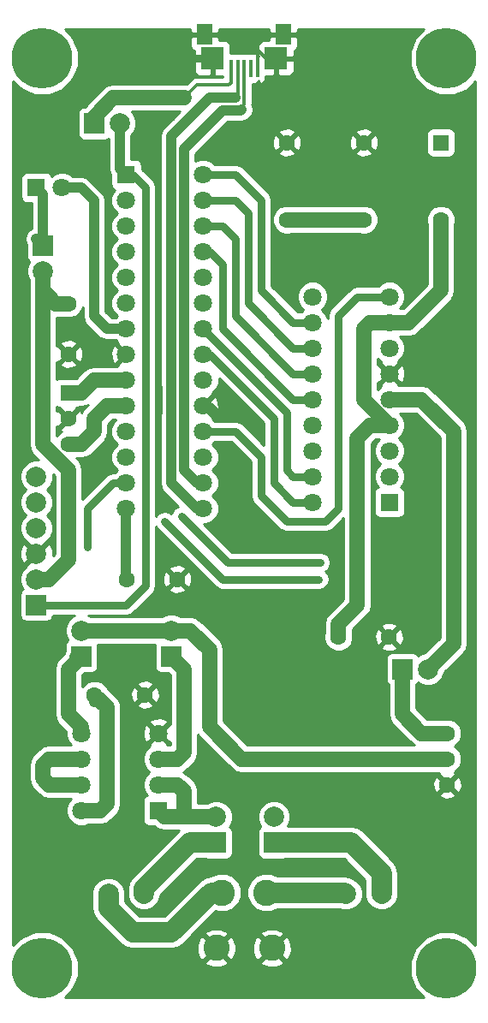
<source format=gtl>
G04 #@! TF.FileFunction,Copper,L1,Top,Signal*
%FSLAX46Y46*%
G04 Gerber Fmt 4.6, Leading zero omitted, Abs format (unit mm)*
G04 Created by KiCad (PCBNEW 4.0.2-stable) date 2016/04/14 22:54:03*
%MOMM*%
G01*
G04 APERTURE LIST*
%ADD10C,0.100000*%
%ADD11R,1.800000X1.800000*%
%ADD12C,1.800000*%
%ADD13R,1.600000X1.600000*%
%ADD14C,1.600000*%
%ADD15C,2.000000*%
%ADD16R,0.400000X1.800000*%
%ADD17R,2.300000X2.300000*%
%ADD18R,1.600000X2.000000*%
%ADD19C,2.600000*%
%ADD20R,2.000000X2.000000*%
%ADD21C,6.000000*%
%ADD22C,0.600000*%
%ADD23C,1.000000*%
%ADD24C,0.800000*%
%ADD25C,0.300000*%
%ADD26C,1.500000*%
%ADD27C,2.000000*%
%ADD28C,0.500000*%
%ADD29C,0.254000*%
G04 APERTURE END LIST*
D10*
D11*
X13335000Y-16510000D03*
D12*
X13335000Y-19050000D03*
X13335000Y-21590000D03*
X13335000Y-24130000D03*
X13335000Y-26670000D03*
X13335000Y-29210000D03*
X13335000Y-31750000D03*
X13335000Y-34290000D03*
X13335000Y-36830000D03*
X13335000Y-39370000D03*
X13335000Y-41910000D03*
X13335000Y-44450000D03*
X13335000Y-46990000D03*
X13335000Y-49530000D03*
X20955000Y-49530000D03*
X20955000Y-46990000D03*
X20955000Y-44450000D03*
X20955000Y-41910000D03*
X20955000Y-39370000D03*
X20955000Y-36830000D03*
X20955000Y-34290000D03*
X20955000Y-31750000D03*
X20955000Y-29210000D03*
X20955000Y-26670000D03*
X20955000Y-24130000D03*
X20955000Y-21590000D03*
X20955000Y-19050000D03*
X20955000Y-16510000D03*
D11*
X4445000Y-17780000D03*
D12*
X6985000Y-17780000D03*
D13*
X7620000Y-38100000D03*
D14*
X7620000Y-40640000D03*
X7620000Y-43180000D03*
X13375000Y-56515000D03*
X18375000Y-56515000D03*
X7620000Y-29250000D03*
X7620000Y-34250000D03*
X10200000Y-67945000D03*
X15200000Y-67945000D03*
X34330000Y-62230000D03*
X39330000Y-62230000D03*
D15*
X15085000Y-87630000D03*
X11585000Y-87630000D03*
X38580000Y-87630000D03*
X35080000Y-87630000D03*
D16*
X23700000Y-6000000D03*
X24350000Y-6000000D03*
X25000000Y-6000000D03*
X25650000Y-6000000D03*
X26300000Y-6000000D03*
D17*
X28150000Y-5000000D03*
X21850000Y-5000000D03*
D18*
X28900000Y-2650000D03*
X21100000Y-2650000D03*
D19*
X27750000Y-93000000D03*
X22250000Y-93000000D03*
X27200000Y-87500000D03*
X22800000Y-87500000D03*
D20*
X4445000Y-59055000D03*
D15*
X4445000Y-56515000D03*
X4445000Y-53975000D03*
X4445000Y-51435000D03*
X4445000Y-48895000D03*
X4445000Y-46355000D03*
D20*
X5080000Y-23495000D03*
D15*
X5080000Y-26035000D03*
D20*
X10160000Y-11430000D03*
D15*
X12700000Y-11430000D03*
D20*
X40640000Y-65405000D03*
D15*
X43180000Y-65405000D03*
D20*
X17780000Y-64135000D03*
D15*
X17780000Y-61595000D03*
D20*
X8890000Y-64135000D03*
D15*
X8890000Y-61595000D03*
D20*
X22225000Y-82550000D03*
D15*
X22225000Y-80010000D03*
D20*
X27940000Y-82550000D03*
D15*
X27940000Y-80010000D03*
D14*
X45085000Y-76835000D03*
X45085000Y-74295000D03*
X45085000Y-71755000D03*
D11*
X16510000Y-79375000D03*
D12*
X16510000Y-76835000D03*
X16510000Y-74295000D03*
X16510000Y-71755000D03*
X8890000Y-71755000D03*
X8890000Y-74295000D03*
X8890000Y-76835000D03*
X8890000Y-79375000D03*
D11*
X39370000Y-48895000D03*
D12*
X39370000Y-46355000D03*
X39370000Y-43815000D03*
X39370000Y-41275000D03*
X39370000Y-38735000D03*
X39370000Y-36195000D03*
X39370000Y-33655000D03*
X39370000Y-31115000D03*
X39370000Y-28575000D03*
X31750000Y-28575000D03*
X31750000Y-31115000D03*
X31750000Y-33655000D03*
X31750000Y-36195000D03*
X31750000Y-38735000D03*
X31750000Y-41275000D03*
X31750000Y-43815000D03*
X31750000Y-46355000D03*
X31750000Y-48895000D03*
D13*
X44450000Y-13335000D03*
D14*
X44450000Y-20955000D03*
X36830000Y-20955000D03*
X36830000Y-13335000D03*
X29210000Y-20955000D03*
X29210000Y-13335000D03*
D21*
X5000000Y-5000000D03*
X45000000Y-5000000D03*
X5000000Y-95000000D03*
X45000000Y-95000000D03*
D22*
X15240000Y-12700000D03*
X15240000Y-10795000D03*
X17780000Y-10795000D03*
X16510000Y-40005000D03*
X16510000Y-37465000D03*
X10160000Y-83820000D03*
X5080000Y-88900000D03*
X5080000Y-86360000D03*
X5080000Y-83820000D03*
X5080000Y-81280000D03*
X7620000Y-81280000D03*
X7620000Y-83820000D03*
X7620000Y-86360000D03*
X7620000Y-88900000D03*
X7620000Y-91440000D03*
X17780000Y-96520000D03*
X15240000Y-96520000D03*
X12700000Y-96520000D03*
X10160000Y-96520000D03*
X10160000Y-93980000D03*
X12700000Y-93980000D03*
X15240000Y-93980000D03*
X17780000Y-93980000D03*
X40640000Y-91440000D03*
X38100000Y-91440000D03*
X35560000Y-91440000D03*
X33020000Y-91440000D03*
X33020000Y-93980000D03*
X35560000Y-93980000D03*
X38100000Y-93980000D03*
X38100000Y-96520000D03*
X35560000Y-96520000D03*
X33020000Y-96520000D03*
X43180000Y-88900000D03*
X45720000Y-88900000D03*
X45720000Y-86360000D03*
X43180000Y-86360000D03*
X40640000Y-83820000D03*
X43180000Y-83820000D03*
X45720000Y-83820000D03*
X45720000Y-81280000D03*
X43180000Y-81280000D03*
X40640000Y-81280000D03*
X38100000Y-81280000D03*
X38100000Y-78740000D03*
X40640000Y-78740000D03*
X43180000Y-78740000D03*
X43180000Y-76200000D03*
X40640000Y-76200000D03*
X38100000Y-76200000D03*
X35560000Y-76200000D03*
X33020000Y-76200000D03*
X33020000Y-78740000D03*
X35560000Y-78740000D03*
X30480000Y-78740000D03*
X10160000Y-45720000D03*
X25400000Y-45720000D03*
X25400000Y-48260000D03*
X25400000Y-50800000D03*
X22860000Y-50800000D03*
X22860000Y-48260000D03*
X22860000Y-45720000D03*
X22860000Y-43180000D03*
X43180000Y-58420000D03*
X43180000Y-60960000D03*
X22860000Y-58420000D03*
X27940000Y-58420000D03*
X25400000Y-58420000D03*
X38100000Y-66040000D03*
X35560000Y-66040000D03*
X33020000Y-66040000D03*
X30480000Y-66040000D03*
X27940000Y-66040000D03*
X25400000Y-66040000D03*
X25400000Y-68580000D03*
X27940000Y-68580000D03*
X30480000Y-68580000D03*
X33020000Y-68580000D03*
X35560000Y-68580000D03*
X38100000Y-68580000D03*
X38100000Y-71120000D03*
X35560000Y-71120000D03*
X33020000Y-71120000D03*
X30480000Y-71120000D03*
X27940000Y-71120000D03*
X25400000Y-71120000D03*
X10160000Y-33020000D03*
X45720000Y-38100000D03*
X45720000Y-35560000D03*
X45720000Y-30480000D03*
X45720000Y-33020000D03*
X43180000Y-33020000D03*
X43180000Y-35560000D03*
X27940000Y-25400000D03*
X30480000Y-25400000D03*
X33020000Y-25400000D03*
X33020000Y-22860000D03*
X22860000Y-40640000D03*
X25400000Y-40640000D03*
X22860000Y-38100000D03*
X17780000Y-5080000D03*
X15240000Y-5080000D03*
X12700000Y-5080000D03*
X10160000Y-5080000D03*
X5080000Y-10160000D03*
X5080000Y-12700000D03*
X5080000Y-15240000D03*
X7620000Y-15240000D03*
X7620000Y-12700000D03*
X7620000Y-10160000D03*
X33020000Y-15240000D03*
X40640000Y-15240000D03*
X40640000Y-17780000D03*
X38100000Y-17780000D03*
X35560000Y-17780000D03*
X33020000Y-17780000D03*
X30480000Y-17780000D03*
X40640000Y-5080000D03*
X38100000Y-5080000D03*
X35560000Y-5080000D03*
X33020000Y-5080000D03*
X30480000Y-7620000D03*
X33020000Y-7620000D03*
X35560000Y-7620000D03*
X38100000Y-7620000D03*
X40640000Y-7620000D03*
X40640000Y-10160000D03*
X38100000Y-10160000D03*
X35560000Y-10160000D03*
X33020000Y-10160000D03*
X30480000Y-10160000D03*
X32512000Y-54864000D03*
X18796000Y-50292000D03*
X32385000Y-56515000D03*
X17145000Y-50800000D03*
X9525000Y-53340000D03*
D23*
X13335000Y-49530000D02*
X13335000Y-56475000D01*
X13335000Y-56475000D02*
X13375000Y-56515000D01*
D24*
X13335000Y-56475000D02*
X13375000Y-56515000D01*
X17780000Y-10795000D02*
X15240000Y-10795000D01*
X16510000Y-37465000D02*
X16510000Y-40005000D01*
X7620000Y-83820000D02*
X10160000Y-83820000D01*
X5080000Y-83820000D02*
X5080000Y-86360000D01*
X7620000Y-81280000D02*
X5080000Y-81280000D01*
X7620000Y-86360000D02*
X7620000Y-83820000D01*
X7620000Y-91440000D02*
X7620000Y-88900000D01*
X15240000Y-96520000D02*
X17780000Y-96520000D01*
X10160000Y-96520000D02*
X12700000Y-96520000D01*
X12700000Y-93980000D02*
X10160000Y-93980000D01*
X17780000Y-93980000D02*
X15240000Y-93980000D01*
X38100000Y-91440000D02*
X40640000Y-91440000D01*
X33020000Y-91440000D02*
X35560000Y-91440000D01*
X35560000Y-93980000D02*
X33020000Y-93980000D01*
X38100000Y-96520000D02*
X38100000Y-93980000D01*
X33020000Y-96520000D02*
X35560000Y-96520000D01*
X45720000Y-88900000D02*
X43180000Y-88900000D01*
X43180000Y-86360000D02*
X45720000Y-86360000D01*
X43180000Y-83820000D02*
X40640000Y-83820000D01*
X45720000Y-81280000D02*
X45720000Y-83820000D01*
X40640000Y-81280000D02*
X43180000Y-81280000D01*
X38100000Y-78740000D02*
X38100000Y-81280000D01*
X43180000Y-78740000D02*
X40640000Y-78740000D01*
X40640000Y-76200000D02*
X43180000Y-76200000D01*
X35560000Y-76200000D02*
X38100000Y-76200000D01*
X33020000Y-78740000D02*
X33020000Y-76200000D01*
X30480000Y-78740000D02*
X35560000Y-78740000D01*
X25400000Y-50800000D02*
X25400000Y-48260000D01*
X22860000Y-48260000D02*
X22860000Y-50800000D01*
X22860000Y-43180000D02*
X22860000Y-45720000D01*
X43180000Y-60960000D02*
X43180000Y-58420000D01*
X25400000Y-66040000D02*
X25400000Y-58420000D01*
X27940000Y-58420000D02*
X22860000Y-58420000D01*
X35560000Y-66040000D02*
X38100000Y-66040000D01*
X30480000Y-66040000D02*
X33020000Y-66040000D01*
X25400000Y-66040000D02*
X27940000Y-66040000D01*
X27940000Y-68580000D02*
X25400000Y-68580000D01*
X33020000Y-68580000D02*
X30480000Y-68580000D01*
X38100000Y-68580000D02*
X35560000Y-68580000D01*
X35560000Y-71120000D02*
X38100000Y-71120000D01*
X30480000Y-71120000D02*
X33020000Y-71120000D01*
X25400000Y-71120000D02*
X27940000Y-71120000D01*
X45720000Y-35560000D02*
X45720000Y-38100000D01*
X45720000Y-33020000D02*
X45720000Y-30480000D01*
X43180000Y-35560000D02*
X43180000Y-33020000D01*
X30480000Y-25400000D02*
X27940000Y-25400000D01*
X33020000Y-22860000D02*
X33020000Y-25400000D01*
X20955000Y-39370000D02*
X21590000Y-39370000D01*
X21590000Y-39370000D02*
X22860000Y-40640000D01*
X25400000Y-40640000D02*
X22860000Y-38100000D01*
X10160000Y-5080000D02*
X10160000Y-7620000D01*
X17860000Y-5000000D02*
X17780000Y-5080000D01*
X15240000Y-5080000D02*
X12700000Y-5080000D01*
X21850000Y-5000000D02*
X17860000Y-5000000D01*
X5080000Y-15240000D02*
X5080000Y-12700000D01*
X7620000Y-12700000D02*
X7620000Y-15240000D01*
X10160000Y-7620000D02*
X7620000Y-10160000D01*
X40640000Y-17780000D02*
X40640000Y-15240000D01*
X35560000Y-17780000D02*
X38100000Y-17780000D01*
X30480000Y-17780000D02*
X33020000Y-17780000D01*
X38100000Y-5080000D02*
X40640000Y-5080000D01*
X33020000Y-5080000D02*
X35560000Y-5080000D01*
X33020000Y-7620000D02*
X30480000Y-7620000D01*
X38100000Y-7620000D02*
X35560000Y-7620000D01*
X40640000Y-10160000D02*
X40640000Y-7620000D01*
X35560000Y-10160000D02*
X38100000Y-10160000D01*
X30480000Y-10160000D02*
X33020000Y-10160000D01*
D25*
X26300000Y-6000000D02*
X26300000Y-4180000D01*
X26300000Y-4180000D02*
X27120000Y-5000000D01*
X27120000Y-5000000D02*
X28150000Y-5000000D01*
D26*
X39370000Y-41275000D02*
X37465000Y-41275000D01*
X34330000Y-60920000D02*
X34330000Y-62230000D01*
X36195000Y-59055000D02*
X34330000Y-60920000D01*
X36195000Y-42545000D02*
X36195000Y-59055000D01*
X37465000Y-41275000D02*
X36195000Y-42545000D01*
D25*
X23700000Y-6000000D02*
X23700000Y-7415000D01*
D26*
X12065000Y-8890000D02*
X19050000Y-8890000D01*
X12065000Y-8890000D02*
X10160000Y-10795000D01*
D25*
X20320000Y-7620000D02*
X19050000Y-8890000D01*
X23495000Y-7620000D02*
X20320000Y-7620000D01*
X23700000Y-7415000D02*
X23495000Y-7620000D01*
D26*
X10160000Y-11430000D02*
X10160000Y-10795000D01*
D25*
X23700000Y-6780000D02*
X23700000Y-6000000D01*
D26*
X4445000Y-56515000D02*
X5715000Y-56515000D01*
X5080000Y-43180000D02*
X5080000Y-27940000D01*
X7620000Y-45720000D02*
X5080000Y-43180000D01*
X7620000Y-54610000D02*
X7620000Y-45720000D01*
X5715000Y-56515000D02*
X7620000Y-54610000D01*
X5080000Y-26035000D02*
X5080000Y-27940000D01*
X6390000Y-29250000D02*
X7620000Y-29250000D01*
X5080000Y-27940000D02*
X6390000Y-29250000D01*
X39370000Y-31115000D02*
X37465000Y-31115000D01*
X37465000Y-31115000D02*
X36830000Y-31750000D01*
X36830000Y-31750000D02*
X36830000Y-38735000D01*
X36830000Y-38735000D02*
X39370000Y-41275000D01*
X39370000Y-31115000D02*
X41275000Y-31115000D01*
X44450000Y-27940000D02*
X44450000Y-20955000D01*
X41275000Y-31115000D02*
X44450000Y-27940000D01*
X8890000Y-79375000D02*
X10795000Y-79375000D01*
X10795000Y-79375000D02*
X11430000Y-78740000D01*
X11430000Y-78740000D02*
X11430000Y-69175000D01*
X11430000Y-69175000D02*
X10200000Y-67945000D01*
D23*
X10200000Y-67945000D02*
X10200000Y-68620000D01*
D27*
X15085000Y-87630000D02*
X15085000Y-87150000D01*
X15085000Y-87150000D02*
X19685000Y-82550000D01*
X19685000Y-82550000D02*
X22225000Y-82550000D01*
X22800000Y-87500000D02*
X21720000Y-87500000D01*
X21720000Y-87500000D02*
X17780000Y-91440000D01*
X17780000Y-91440000D02*
X13970000Y-91440000D01*
X13970000Y-91440000D02*
X11585000Y-89055000D01*
X11585000Y-89055000D02*
X11585000Y-87630000D01*
D23*
X11585000Y-87630000D02*
X11585000Y-88420000D01*
D27*
X27940000Y-82550000D02*
X35560000Y-82550000D01*
X38580000Y-85570000D02*
X38580000Y-87630000D01*
X35560000Y-82550000D02*
X38580000Y-85570000D01*
X27200000Y-87500000D02*
X34950000Y-87500000D01*
X34950000Y-87500000D02*
X35080000Y-87630000D01*
D23*
X34950000Y-87500000D02*
X35080000Y-87630000D01*
D25*
X24350000Y-6000000D02*
X24350000Y-8670000D01*
D23*
X21590000Y-8890000D02*
X24130000Y-8890000D01*
X17780000Y-12700000D02*
X21590000Y-8890000D01*
X17780000Y-46990000D02*
X17780000Y-12700000D01*
X17780000Y-46990000D02*
X20320000Y-49530000D01*
D25*
X24350000Y-8670000D02*
X24130000Y-8890000D01*
D23*
X20955000Y-49530000D02*
X20320000Y-49530000D01*
X23876000Y-10160000D02*
X24638000Y-10160000D01*
X24638000Y-10160000D02*
X24765000Y-10033000D01*
D25*
X24130000Y-10160000D02*
X24384000Y-10160000D01*
D23*
X20320000Y-46990000D02*
X19050000Y-45720000D01*
X19050000Y-45720000D02*
X19050000Y-13970000D01*
X19050000Y-13970000D02*
X22860000Y-10160000D01*
X22860000Y-10160000D02*
X23876000Y-10160000D01*
X23876000Y-10160000D02*
X24130000Y-10160000D01*
D25*
X25000000Y-9544000D02*
X25000000Y-6000000D01*
X24384000Y-10160000D02*
X25000000Y-9544000D01*
D23*
X20955000Y-46990000D02*
X20320000Y-46990000D01*
D24*
X13335000Y-16510000D02*
X13970000Y-16510000D01*
X13970000Y-16510000D02*
X15240000Y-17780000D01*
X13335000Y-59055000D02*
X4445000Y-59055000D01*
X15240000Y-57150000D02*
X13335000Y-59055000D01*
X15240000Y-17780000D02*
X15240000Y-57150000D01*
D23*
X12700000Y-11430000D02*
X12700000Y-15875000D01*
X12700000Y-15875000D02*
X13335000Y-16510000D01*
X12700000Y-15875000D02*
X13335000Y-16510000D01*
D24*
X20955000Y-16510000D02*
X24130000Y-16510000D01*
X29845000Y-31115000D02*
X31750000Y-31115000D01*
X26670000Y-27940000D02*
X29845000Y-31115000D01*
X26670000Y-19050000D02*
X26670000Y-27940000D01*
X24130000Y-16510000D02*
X26670000Y-19050000D01*
X20955000Y-19050000D02*
X24130000Y-19050000D01*
X29845000Y-33655000D02*
X31750000Y-33655000D01*
X25400000Y-29210000D02*
X29845000Y-33655000D01*
X25400000Y-20320000D02*
X25400000Y-29210000D01*
X24130000Y-19050000D02*
X25400000Y-20320000D01*
D23*
X13335000Y-31750000D02*
X11430000Y-31750000D01*
X8890000Y-17780000D02*
X6985000Y-17780000D01*
X10160000Y-19050000D02*
X8890000Y-17780000D01*
X10160000Y-30480000D02*
X10160000Y-19050000D01*
X11430000Y-31750000D02*
X10160000Y-30480000D01*
X5080000Y-23495000D02*
X5080000Y-18415000D01*
X5080000Y-18415000D02*
X4445000Y-17780000D01*
X4445000Y-22860000D02*
X5080000Y-23495000D01*
D26*
X40640000Y-65405000D02*
X40640000Y-69850000D01*
X42545000Y-71755000D02*
X45085000Y-71755000D01*
X40640000Y-69850000D02*
X42545000Y-71755000D01*
X39370000Y-38735000D02*
X42545000Y-38735000D01*
X45720000Y-62865000D02*
X43180000Y-65405000D01*
X45720000Y-41910000D02*
X45720000Y-62865000D01*
X42545000Y-38735000D02*
X45720000Y-41910000D01*
X16510000Y-74295000D02*
X18415000Y-74295000D01*
X19050000Y-65405000D02*
X17780000Y-64135000D01*
X19050000Y-73660000D02*
X19050000Y-65405000D01*
X18415000Y-74295000D02*
X19050000Y-73660000D01*
X17780000Y-61595000D02*
X19685000Y-61595000D01*
X24765000Y-74295000D02*
X45085000Y-74295000D01*
X21590000Y-71120000D02*
X24765000Y-74295000D01*
X21590000Y-63500000D02*
X21590000Y-71120000D01*
X19685000Y-61595000D02*
X21590000Y-63500000D01*
X8890000Y-61595000D02*
X17780000Y-61595000D01*
X8890000Y-71755000D02*
X8890000Y-71120000D01*
X8890000Y-71120000D02*
X7620000Y-69850000D01*
X7620000Y-69850000D02*
X7620000Y-65405000D01*
X7620000Y-65405000D02*
X8890000Y-64135000D01*
D23*
X8890000Y-64135000D02*
X8255000Y-64135000D01*
D26*
X16510000Y-76835000D02*
X18415000Y-76835000D01*
X19050000Y-80010000D02*
X17145000Y-80010000D01*
X19050000Y-77470000D02*
X19050000Y-80010000D01*
X18415000Y-76835000D02*
X19050000Y-77470000D01*
X17145000Y-80010000D02*
X16510000Y-79375000D01*
X22225000Y-80010000D02*
X17145000Y-80010000D01*
X17145000Y-80010000D02*
X16510000Y-79375000D01*
D23*
X17145000Y-80010000D02*
X16510000Y-79375000D01*
D26*
X8890000Y-74295000D02*
X5715000Y-74295000D01*
X5715000Y-76835000D02*
X8890000Y-76835000D01*
X5080000Y-76200000D02*
X5715000Y-76835000D01*
X5080000Y-74930000D02*
X5080000Y-76200000D01*
X5715000Y-74295000D02*
X5080000Y-74930000D01*
X7620000Y-38100000D02*
X8890000Y-38100000D01*
X10160000Y-36830000D02*
X13335000Y-36830000D01*
X8890000Y-38100000D02*
X10160000Y-36830000D01*
X7620000Y-43180000D02*
X8890000Y-43180000D01*
X11430000Y-39370000D02*
X13335000Y-39370000D01*
X10160000Y-40640000D02*
X11430000Y-39370000D01*
X10160000Y-41910000D02*
X10160000Y-40640000D01*
X8890000Y-43180000D02*
X10160000Y-41910000D01*
D23*
X12700000Y-39370000D02*
X13335000Y-39370000D01*
D24*
X23368000Y-54864000D02*
X32512000Y-54864000D01*
X18796000Y-50292000D02*
X23368000Y-54864000D01*
X22860000Y-56515000D02*
X32385000Y-56515000D01*
X17145000Y-50800000D02*
X22860000Y-56515000D01*
X13335000Y-46990000D02*
X12065000Y-46990000D01*
X9525000Y-49530000D02*
X9525000Y-53340000D01*
X12065000Y-46990000D02*
X9525000Y-49530000D01*
X20955000Y-41910000D02*
X24130000Y-41910000D01*
X36195000Y-28575000D02*
X39370000Y-28575000D01*
X34290000Y-30480000D02*
X36195000Y-28575000D01*
X34290000Y-49530000D02*
X34290000Y-30480000D01*
X33020000Y-50800000D02*
X34290000Y-49530000D01*
X29210000Y-50800000D02*
X33020000Y-50800000D01*
X26670000Y-48260000D02*
X29210000Y-50800000D01*
X26670000Y-44450000D02*
X26670000Y-48260000D01*
X24130000Y-41910000D02*
X26670000Y-44450000D01*
X20955000Y-34290000D02*
X21590000Y-34290000D01*
X21590000Y-34290000D02*
X27940000Y-40640000D01*
X29845000Y-48895000D02*
X31750000Y-48895000D01*
X27940000Y-46990000D02*
X29845000Y-48895000D01*
X27940000Y-40640000D02*
X27940000Y-46990000D01*
X31750000Y-46355000D02*
X29845000Y-46355000D01*
X29210000Y-40005000D02*
X20955000Y-31750000D01*
X29210000Y-45720000D02*
X29210000Y-40005000D01*
X29845000Y-46355000D02*
X29210000Y-45720000D01*
X20955000Y-24130000D02*
X21590000Y-24130000D01*
X21590000Y-24130000D02*
X22860000Y-25400000D01*
X22860000Y-25400000D02*
X22860000Y-31750000D01*
X22860000Y-31750000D02*
X29845000Y-38735000D01*
X29845000Y-38735000D02*
X31750000Y-38735000D01*
X31750000Y-36195000D02*
X29845000Y-36195000D01*
X22860000Y-21590000D02*
X20955000Y-21590000D01*
X24130000Y-22860000D02*
X22860000Y-21590000D01*
X24130000Y-30480000D02*
X24130000Y-22860000D01*
X29845000Y-36195000D02*
X24130000Y-30480000D01*
D28*
X31750000Y-36195000D02*
X32385000Y-36195000D01*
D26*
X29210000Y-20955000D02*
X36830000Y-20955000D01*
D29*
G36*
X19665000Y-2364250D02*
X19823750Y-2523000D01*
X20973000Y-2523000D01*
X20973000Y-2503000D01*
X21227000Y-2503000D01*
X21227000Y-2523000D01*
X22376250Y-2523000D01*
X22535000Y-2364250D01*
X22535000Y-2127000D01*
X27465000Y-2127000D01*
X27465000Y-2364250D01*
X27623750Y-2523000D01*
X28773000Y-2523000D01*
X28773000Y-2503000D01*
X29027000Y-2503000D01*
X29027000Y-2523000D01*
X30176250Y-2523000D01*
X30335000Y-2364250D01*
X30335000Y-2127000D01*
X42732860Y-2127000D01*
X41920194Y-2938249D01*
X41365632Y-4273782D01*
X41364370Y-5719874D01*
X41916600Y-7056372D01*
X42938249Y-8079806D01*
X44273782Y-8634368D01*
X45719874Y-8635630D01*
X47056372Y-8083400D01*
X47873000Y-7268196D01*
X47873000Y-92732860D01*
X47061751Y-91920194D01*
X45726218Y-91365632D01*
X44280126Y-91364370D01*
X42943628Y-91916600D01*
X41920194Y-92938249D01*
X41365632Y-94273782D01*
X41364370Y-95719874D01*
X41916600Y-97056372D01*
X42731804Y-97873000D01*
X7267140Y-97873000D01*
X8079806Y-97061751D01*
X8634368Y-95726218D01*
X8635552Y-94369459D01*
X21060146Y-94369459D01*
X21195504Y-94667455D01*
X21913880Y-94944066D01*
X22683427Y-94924710D01*
X23304496Y-94667455D01*
X23439854Y-94369459D01*
X26560146Y-94369459D01*
X26695504Y-94667455D01*
X27413880Y-94944066D01*
X28183427Y-94924710D01*
X28804496Y-94667455D01*
X28939854Y-94369459D01*
X27750000Y-93179605D01*
X26560146Y-94369459D01*
X23439854Y-94369459D01*
X22250000Y-93179605D01*
X21060146Y-94369459D01*
X8635552Y-94369459D01*
X8635630Y-94280126D01*
X8083400Y-92943628D01*
X7061751Y-91920194D01*
X5726218Y-91365632D01*
X4280126Y-91364370D01*
X2943628Y-91916600D01*
X2127000Y-92731804D01*
X2127000Y-87953795D01*
X9949716Y-87953795D01*
X9950000Y-87954482D01*
X9950000Y-89054995D01*
X9949999Y-89055000D01*
X10074457Y-89680688D01*
X10428880Y-90211120D01*
X12813878Y-92596117D01*
X12813880Y-92596120D01*
X13344313Y-92950543D01*
X13970000Y-93075000D01*
X17779995Y-93075000D01*
X17780000Y-93075001D01*
X18405688Y-92950543D01*
X18834709Y-92663880D01*
X20305934Y-92663880D01*
X20325290Y-93433427D01*
X20582545Y-94054496D01*
X20880541Y-94189854D01*
X22070395Y-93000000D01*
X22429605Y-93000000D01*
X23619459Y-94189854D01*
X23917455Y-94054496D01*
X24194066Y-93336120D01*
X24177158Y-92663880D01*
X25805934Y-92663880D01*
X25825290Y-93433427D01*
X26082545Y-94054496D01*
X26380541Y-94189854D01*
X27570395Y-93000000D01*
X27929605Y-93000000D01*
X29119459Y-94189854D01*
X29417455Y-94054496D01*
X29694066Y-93336120D01*
X29674710Y-92566573D01*
X29417455Y-91945504D01*
X29119459Y-91810146D01*
X27929605Y-93000000D01*
X27570395Y-93000000D01*
X26380541Y-91810146D01*
X26082545Y-91945504D01*
X25805934Y-92663880D01*
X24177158Y-92663880D01*
X24174710Y-92566573D01*
X23917455Y-91945504D01*
X23619459Y-91810146D01*
X22429605Y-93000000D01*
X22070395Y-93000000D01*
X20880541Y-91810146D01*
X20582545Y-91945504D01*
X20305934Y-92663880D01*
X18834709Y-92663880D01*
X18936120Y-92596120D01*
X19901698Y-91630541D01*
X21060146Y-91630541D01*
X22250000Y-92820395D01*
X23439854Y-91630541D01*
X26560146Y-91630541D01*
X27750000Y-92820395D01*
X28939854Y-91630541D01*
X28804496Y-91332545D01*
X28086120Y-91055934D01*
X27316573Y-91075290D01*
X26695504Y-91332545D01*
X26560146Y-91630541D01*
X23439854Y-91630541D01*
X23304496Y-91332545D01*
X22586120Y-91055934D01*
X21816573Y-91075290D01*
X21195504Y-91332545D01*
X21060146Y-91630541D01*
X19901698Y-91630541D01*
X22190245Y-89341994D01*
X22413416Y-89434663D01*
X23183207Y-89435335D01*
X23894658Y-89141370D01*
X24439457Y-88597521D01*
X24734663Y-87886584D01*
X24734665Y-87883207D01*
X25264665Y-87883207D01*
X25558630Y-88594658D01*
X26102479Y-89139457D01*
X26813416Y-89434663D01*
X27583207Y-89435335D01*
X28294658Y-89141370D01*
X28301039Y-89135000D01*
X34440960Y-89135000D01*
X34753352Y-89264716D01*
X35403795Y-89265284D01*
X36004943Y-89016894D01*
X36465278Y-88557363D01*
X36714716Y-87956648D01*
X36715284Y-87306205D01*
X36466894Y-86705057D01*
X36007363Y-86244722D01*
X35876224Y-86190268D01*
X35575688Y-85989457D01*
X34950000Y-85864999D01*
X34949995Y-85865000D01*
X28301970Y-85865000D01*
X28297521Y-85860543D01*
X27586584Y-85565337D01*
X26816793Y-85564665D01*
X26105342Y-85858630D01*
X25560543Y-86402479D01*
X25265337Y-87113416D01*
X25264665Y-87883207D01*
X24734665Y-87883207D01*
X24735335Y-87116793D01*
X24441370Y-86405342D01*
X23897521Y-85860543D01*
X23186584Y-85565337D01*
X22416793Y-85564665D01*
X21705342Y-85858630D01*
X21693725Y-85870226D01*
X21094313Y-85989457D01*
X20563880Y-86343880D01*
X20563878Y-86343883D01*
X17102760Y-89805000D01*
X14647239Y-89805000D01*
X13220000Y-88377760D01*
X13220000Y-87631427D01*
X13220284Y-87306205D01*
X12971894Y-86705057D01*
X12512363Y-86244722D01*
X11911648Y-85995284D01*
X11261205Y-85994716D01*
X10660057Y-86243106D01*
X10199722Y-86702637D01*
X9950284Y-87303352D01*
X9949716Y-87953795D01*
X2127000Y-87953795D01*
X2127000Y-58055000D01*
X2797560Y-58055000D01*
X2797560Y-60055000D01*
X2841838Y-60290317D01*
X2980910Y-60506441D01*
X3193110Y-60651431D01*
X3445000Y-60702440D01*
X5445000Y-60702440D01*
X5680317Y-60658162D01*
X5896441Y-60519090D01*
X6041431Y-60306890D01*
X6085352Y-60090000D01*
X8250895Y-60090000D01*
X7965057Y-60208106D01*
X7504722Y-60667637D01*
X7255284Y-61268352D01*
X7254716Y-61918795D01*
X7503106Y-62519943D01*
X7569621Y-62586574D01*
X7438559Y-62670910D01*
X7293569Y-62883110D01*
X7242560Y-63135000D01*
X7242560Y-63646532D01*
X7206397Y-63700654D01*
X7166851Y-63899463D01*
X6640657Y-64425657D01*
X6340427Y-64874983D01*
X6235000Y-65405000D01*
X6235000Y-69850000D01*
X6340427Y-70380017D01*
X6537422Y-70674841D01*
X6640657Y-70829343D01*
X7355184Y-71543870D01*
X7354735Y-72058991D01*
X7587932Y-72623371D01*
X7874060Y-72910000D01*
X5715000Y-72910000D01*
X5184984Y-73015426D01*
X4735657Y-73315657D01*
X4100657Y-73950657D01*
X3800427Y-74399983D01*
X3695000Y-74930000D01*
X3695000Y-76200000D01*
X3800427Y-76730017D01*
X3990583Y-77014605D01*
X4100657Y-77179343D01*
X4735657Y-77814343D01*
X5184984Y-78114574D01*
X5715000Y-78220000D01*
X7874304Y-78220000D01*
X7589449Y-78504357D01*
X7355267Y-79068330D01*
X7354735Y-79678991D01*
X7587932Y-80243371D01*
X8019357Y-80675551D01*
X8583330Y-80909733D01*
X9193991Y-80910265D01*
X9557660Y-80760000D01*
X10795000Y-80760000D01*
X11325017Y-80654573D01*
X11774343Y-80354343D01*
X12409343Y-79719343D01*
X12709574Y-79270016D01*
X12815000Y-78740000D01*
X12815000Y-71514336D01*
X14963542Y-71514336D01*
X14989161Y-72124460D01*
X15173357Y-72569148D01*
X15429841Y-72655554D01*
X16330395Y-71755000D01*
X15429841Y-70854446D01*
X15173357Y-70940852D01*
X14963542Y-71514336D01*
X12815000Y-71514336D01*
X12815000Y-70674841D01*
X15609446Y-70674841D01*
X16510000Y-71575395D01*
X17410554Y-70674841D01*
X17324148Y-70418357D01*
X16750664Y-70208542D01*
X16140540Y-70234161D01*
X15695852Y-70418357D01*
X15609446Y-70674841D01*
X12815000Y-70674841D01*
X12815000Y-69175000D01*
X12812180Y-69160824D01*
X12770791Y-68952745D01*
X14371861Y-68952745D01*
X14445995Y-69198864D01*
X14983223Y-69391965D01*
X15553454Y-69364778D01*
X15954005Y-69198864D01*
X16028139Y-68952745D01*
X15200000Y-68124605D01*
X14371861Y-68952745D01*
X12770791Y-68952745D01*
X12709574Y-68644984D01*
X12409343Y-68195657D01*
X11941909Y-67728223D01*
X13753035Y-67728223D01*
X13780222Y-68298454D01*
X13946136Y-68699005D01*
X14192255Y-68773139D01*
X15020395Y-67945000D01*
X15379605Y-67945000D01*
X16207745Y-68773139D01*
X16453864Y-68699005D01*
X16646965Y-68161777D01*
X16619778Y-67591546D01*
X16453864Y-67190995D01*
X16207745Y-67116861D01*
X15379605Y-67945000D01*
X15020395Y-67945000D01*
X14192255Y-67116861D01*
X13946136Y-67190995D01*
X13753035Y-67728223D01*
X11941909Y-67728223D01*
X11466784Y-67253098D01*
X11417243Y-67133200D01*
X11221640Y-66937255D01*
X14371861Y-66937255D01*
X15200000Y-67765395D01*
X16028139Y-66937255D01*
X15954005Y-66691136D01*
X15416777Y-66498035D01*
X14846546Y-66525222D01*
X14445995Y-66691136D01*
X14371861Y-66937255D01*
X11221640Y-66937255D01*
X11013923Y-66729176D01*
X10486691Y-66510250D01*
X9915813Y-66509752D01*
X9388200Y-66727757D01*
X9005000Y-67110289D01*
X9005000Y-65978686D01*
X9201246Y-65782440D01*
X9890000Y-65782440D01*
X10125317Y-65738162D01*
X10341441Y-65599090D01*
X10486431Y-65386890D01*
X10537440Y-65135000D01*
X10537440Y-63135000D01*
X10508275Y-62980000D01*
X16163948Y-62980000D01*
X16132560Y-63135000D01*
X16132560Y-65135000D01*
X16176838Y-65370317D01*
X16315910Y-65586441D01*
X16528110Y-65731431D01*
X16780000Y-65782440D01*
X17468754Y-65782440D01*
X17665000Y-65978686D01*
X17665000Y-70879659D01*
X17590159Y-70854446D01*
X16689605Y-71755000D01*
X17590159Y-72655554D01*
X17665000Y-72630341D01*
X17665000Y-72910000D01*
X17385341Y-72910000D01*
X17410554Y-72835159D01*
X16510000Y-71934605D01*
X15609446Y-72835159D01*
X15660035Y-72985327D01*
X15641629Y-72992932D01*
X15209449Y-73424357D01*
X14975267Y-73988330D01*
X14974735Y-74598991D01*
X15207932Y-75163371D01*
X15609182Y-75565323D01*
X15209449Y-75964357D01*
X14975267Y-76528330D01*
X14974735Y-77138991D01*
X15207932Y-77703371D01*
X15375880Y-77871613D01*
X15374683Y-77871838D01*
X15158559Y-78010910D01*
X15013569Y-78223110D01*
X14962560Y-78475000D01*
X14962560Y-80275000D01*
X15006838Y-80510317D01*
X15145910Y-80726441D01*
X15358110Y-80871431D01*
X15610000Y-80922440D01*
X16098754Y-80922440D01*
X16165657Y-80989343D01*
X16614984Y-81289574D01*
X17145000Y-81395000D01*
X18527761Y-81395000D01*
X13928880Y-85993880D01*
X13574457Y-86524312D01*
X13449999Y-87150000D01*
X13450000Y-87150005D01*
X13450000Y-87628574D01*
X13449716Y-87953795D01*
X13698106Y-88554943D01*
X14157637Y-89015278D01*
X14758352Y-89264716D01*
X15408795Y-89265284D01*
X16009943Y-89016894D01*
X16470278Y-88557363D01*
X16719716Y-87956648D01*
X16719829Y-87827411D01*
X20362239Y-84185000D01*
X21163569Y-84185000D01*
X21225000Y-84197440D01*
X23225000Y-84197440D01*
X23460317Y-84153162D01*
X23676441Y-84014090D01*
X23821431Y-83801890D01*
X23872440Y-83550000D01*
X23872440Y-81550000D01*
X26292560Y-81550000D01*
X26292560Y-83550000D01*
X26336838Y-83785317D01*
X26475910Y-84001441D01*
X26688110Y-84146431D01*
X26940000Y-84197440D01*
X28940000Y-84197440D01*
X29006113Y-84185000D01*
X34882760Y-84185000D01*
X36945000Y-86247240D01*
X36945000Y-87628574D01*
X36944716Y-87953795D01*
X37193106Y-88554943D01*
X37652637Y-89015278D01*
X38253352Y-89264716D01*
X38903795Y-89265284D01*
X39504943Y-89016894D01*
X39965278Y-88557363D01*
X40214716Y-87956648D01*
X40215284Y-87306205D01*
X40215000Y-87305518D01*
X40215000Y-85570005D01*
X40215001Y-85570000D01*
X40090543Y-84944312D01*
X39736120Y-84413880D01*
X36716120Y-81393880D01*
X36185688Y-81039457D01*
X35560000Y-80914999D01*
X35559995Y-80915000D01*
X29334564Y-80915000D01*
X29574716Y-80336648D01*
X29575284Y-79686205D01*
X29326894Y-79085057D01*
X28867363Y-78624722D01*
X28266648Y-78375284D01*
X27616205Y-78374716D01*
X27015057Y-78623106D01*
X26554722Y-79082637D01*
X26305284Y-79683352D01*
X26304716Y-80333795D01*
X26553106Y-80934943D01*
X26619621Y-81001574D01*
X26488559Y-81085910D01*
X26343569Y-81298110D01*
X26292560Y-81550000D01*
X23872440Y-81550000D01*
X23828162Y-81314683D01*
X23689090Y-81098559D01*
X23546439Y-81001090D01*
X23610278Y-80937363D01*
X23859716Y-80336648D01*
X23860284Y-79686205D01*
X23611894Y-79085057D01*
X23152363Y-78624722D01*
X22551648Y-78375284D01*
X21901205Y-78374716D01*
X21300057Y-78623106D01*
X21298160Y-78625000D01*
X20435000Y-78625000D01*
X20435000Y-77842745D01*
X44256861Y-77842745D01*
X44330995Y-78088864D01*
X44868223Y-78281965D01*
X45438454Y-78254778D01*
X45839005Y-78088864D01*
X45913139Y-77842745D01*
X45085000Y-77014605D01*
X44256861Y-77842745D01*
X20435000Y-77842745D01*
X20435000Y-77470000D01*
X20414118Y-77365017D01*
X20329574Y-76939984D01*
X20114580Y-76618223D01*
X43638035Y-76618223D01*
X43665222Y-77188454D01*
X43831136Y-77589005D01*
X44077255Y-77663139D01*
X44905395Y-76835000D01*
X45264605Y-76835000D01*
X46092745Y-77663139D01*
X46338864Y-77589005D01*
X46531965Y-77051777D01*
X46504778Y-76481546D01*
X46338864Y-76080995D01*
X46092745Y-76006861D01*
X45264605Y-76835000D01*
X44905395Y-76835000D01*
X44077255Y-76006861D01*
X43831136Y-76080995D01*
X43638035Y-76618223D01*
X20114580Y-76618223D01*
X20029343Y-76490657D01*
X19394343Y-75855657D01*
X19206655Y-75730248D01*
X18959344Y-75565000D01*
X19394343Y-75274343D01*
X20029343Y-74639343D01*
X20329574Y-74190016D01*
X20435000Y-73660000D01*
X20435000Y-71836454D01*
X20500583Y-71934605D01*
X20610657Y-72099343D01*
X23785657Y-75274343D01*
X24234983Y-75574573D01*
X24765000Y-75680000D01*
X44301216Y-75680000D01*
X44256861Y-75827255D01*
X45085000Y-76655395D01*
X45913139Y-75827255D01*
X45839005Y-75581136D01*
X45780746Y-75560195D01*
X45896800Y-75512243D01*
X46300824Y-75108923D01*
X46519750Y-74581691D01*
X46520248Y-74010813D01*
X46302243Y-73483200D01*
X45898923Y-73079176D01*
X45768785Y-73025138D01*
X45896800Y-72972243D01*
X46300824Y-72568923D01*
X46519750Y-72041691D01*
X46520248Y-71470813D01*
X46302243Y-70943200D01*
X45898923Y-70539176D01*
X45371691Y-70320250D01*
X44800813Y-70319752D01*
X44679203Y-70370000D01*
X43118686Y-70370000D01*
X42025000Y-69276314D01*
X42025000Y-66911844D01*
X42091441Y-66869090D01*
X42188910Y-66726439D01*
X42252637Y-66790278D01*
X42853352Y-67039716D01*
X43503795Y-67040284D01*
X44104943Y-66791894D01*
X44565278Y-66332363D01*
X44814716Y-65731648D01*
X44814718Y-65728968D01*
X46699343Y-63844343D01*
X46749207Y-63769716D01*
X46999573Y-63395017D01*
X47105000Y-62865000D01*
X47105000Y-41910000D01*
X46999573Y-41379983D01*
X46699343Y-40930657D01*
X43524343Y-37755657D01*
X43438608Y-37698371D01*
X43075017Y-37455427D01*
X42545000Y-37350000D01*
X40245341Y-37350000D01*
X40270554Y-37275159D01*
X39370000Y-36374605D01*
X38469446Y-37275159D01*
X38520035Y-37425327D01*
X38501629Y-37432932D01*
X38215000Y-37719060D01*
X38215000Y-37070341D01*
X38289841Y-37095554D01*
X39190395Y-36195000D01*
X39549605Y-36195000D01*
X40450159Y-37095554D01*
X40706643Y-37009148D01*
X40916458Y-36435664D01*
X40890839Y-35825540D01*
X40706643Y-35380852D01*
X40450159Y-35294446D01*
X39549605Y-36195000D01*
X39190395Y-36195000D01*
X38289841Y-35294446D01*
X38215000Y-35319659D01*
X38215000Y-34670696D01*
X38499357Y-34955551D01*
X38520194Y-34964203D01*
X38469446Y-35114841D01*
X39370000Y-36015395D01*
X40270554Y-35114841D01*
X40219965Y-34964673D01*
X40238371Y-34957068D01*
X40670551Y-34525643D01*
X40904733Y-33961670D01*
X40905265Y-33351009D01*
X40672068Y-32786629D01*
X40385940Y-32500000D01*
X41275000Y-32500000D01*
X41805017Y-32394573D01*
X42254343Y-32094343D01*
X45429343Y-28919343D01*
X45562551Y-28719983D01*
X45729573Y-28470017D01*
X45835000Y-27940000D01*
X45835000Y-21361502D01*
X45884750Y-21241691D01*
X45885248Y-20670813D01*
X45667243Y-20143200D01*
X45263923Y-19739176D01*
X44736691Y-19520250D01*
X44165813Y-19519752D01*
X43638200Y-19737757D01*
X43234176Y-20141077D01*
X43015250Y-20668309D01*
X43014752Y-21239187D01*
X43065000Y-21360797D01*
X43065000Y-27366314D01*
X40701314Y-29730000D01*
X40385696Y-29730000D01*
X40670551Y-29445643D01*
X40904733Y-28881670D01*
X40905265Y-28271009D01*
X40672068Y-27706629D01*
X40240643Y-27274449D01*
X39676670Y-27040267D01*
X39066009Y-27039735D01*
X38501629Y-27272932D01*
X38234094Y-27540000D01*
X36195005Y-27540000D01*
X36195000Y-27539999D01*
X35798923Y-27618785D01*
X35463144Y-27843144D01*
X35463142Y-27843147D01*
X33558144Y-29748144D01*
X33333785Y-30083923D01*
X33254999Y-30480000D01*
X33255000Y-30480005D01*
X33255000Y-30737762D01*
X33052068Y-30246629D01*
X32650818Y-29844677D01*
X33050551Y-29445643D01*
X33284733Y-28881670D01*
X33285265Y-28271009D01*
X33052068Y-27706629D01*
X32620643Y-27274449D01*
X32056670Y-27040267D01*
X31446009Y-27039735D01*
X30881629Y-27272932D01*
X30449449Y-27704357D01*
X30215267Y-28268330D01*
X30214735Y-28878991D01*
X30447932Y-29443371D01*
X30849182Y-29845323D01*
X30614094Y-30080000D01*
X30273711Y-30080000D01*
X27705000Y-27511288D01*
X27705000Y-21239187D01*
X27774752Y-21239187D01*
X27992757Y-21766800D01*
X28396077Y-22170824D01*
X28923309Y-22389750D01*
X29494187Y-22390248D01*
X29615797Y-22340000D01*
X36423498Y-22340000D01*
X36543309Y-22389750D01*
X37114187Y-22390248D01*
X37641800Y-22172243D01*
X38045824Y-21768923D01*
X38264750Y-21241691D01*
X38265248Y-20670813D01*
X38047243Y-20143200D01*
X37643923Y-19739176D01*
X37116691Y-19520250D01*
X36545813Y-19519752D01*
X36424203Y-19570000D01*
X29616502Y-19570000D01*
X29496691Y-19520250D01*
X28925813Y-19519752D01*
X28398200Y-19737757D01*
X27994176Y-20141077D01*
X27775250Y-20668309D01*
X27774752Y-21239187D01*
X27705000Y-21239187D01*
X27705000Y-19050000D01*
X27626215Y-18653923D01*
X27626215Y-18653922D01*
X27531289Y-18511855D01*
X27401856Y-18318144D01*
X27401853Y-18318142D01*
X24861856Y-15778144D01*
X24526077Y-15553785D01*
X24130000Y-15474999D01*
X24129995Y-15475000D01*
X22090730Y-15475000D01*
X21825643Y-15209449D01*
X21261670Y-14975267D01*
X20651009Y-14974735D01*
X20185000Y-15167286D01*
X20185000Y-14440132D01*
X20282387Y-14342745D01*
X28381861Y-14342745D01*
X28455995Y-14588864D01*
X28993223Y-14781965D01*
X29563454Y-14754778D01*
X29964005Y-14588864D01*
X30038139Y-14342745D01*
X36001861Y-14342745D01*
X36075995Y-14588864D01*
X36613223Y-14781965D01*
X37183454Y-14754778D01*
X37584005Y-14588864D01*
X37658139Y-14342745D01*
X36830000Y-13514605D01*
X36001861Y-14342745D01*
X30038139Y-14342745D01*
X29210000Y-13514605D01*
X28381861Y-14342745D01*
X20282387Y-14342745D01*
X21506909Y-13118223D01*
X27763035Y-13118223D01*
X27790222Y-13688454D01*
X27956136Y-14089005D01*
X28202255Y-14163139D01*
X29030395Y-13335000D01*
X29389605Y-13335000D01*
X30217745Y-14163139D01*
X30463864Y-14089005D01*
X30656965Y-13551777D01*
X30636295Y-13118223D01*
X35383035Y-13118223D01*
X35410222Y-13688454D01*
X35576136Y-14089005D01*
X35822255Y-14163139D01*
X36650395Y-13335000D01*
X37009605Y-13335000D01*
X37837745Y-14163139D01*
X38083864Y-14089005D01*
X38276965Y-13551777D01*
X38249778Y-12981546D01*
X38083864Y-12580995D01*
X37931165Y-12535000D01*
X43002560Y-12535000D01*
X43002560Y-14135000D01*
X43046838Y-14370317D01*
X43185910Y-14586441D01*
X43398110Y-14731431D01*
X43650000Y-14782440D01*
X45250000Y-14782440D01*
X45485317Y-14738162D01*
X45701441Y-14599090D01*
X45846431Y-14386890D01*
X45897440Y-14135000D01*
X45897440Y-12535000D01*
X45853162Y-12299683D01*
X45714090Y-12083559D01*
X45501890Y-11938569D01*
X45250000Y-11887560D01*
X43650000Y-11887560D01*
X43414683Y-11931838D01*
X43198559Y-12070910D01*
X43053569Y-12283110D01*
X43002560Y-12535000D01*
X37931165Y-12535000D01*
X37837745Y-12506861D01*
X37009605Y-13335000D01*
X36650395Y-13335000D01*
X35822255Y-12506861D01*
X35576136Y-12580995D01*
X35383035Y-13118223D01*
X30636295Y-13118223D01*
X30629778Y-12981546D01*
X30463864Y-12580995D01*
X30217745Y-12506861D01*
X29389605Y-13335000D01*
X29030395Y-13335000D01*
X28202255Y-12506861D01*
X27956136Y-12580995D01*
X27763035Y-13118223D01*
X21506909Y-13118223D01*
X22297877Y-12327255D01*
X28381861Y-12327255D01*
X29210000Y-13155395D01*
X30038139Y-12327255D01*
X36001861Y-12327255D01*
X36830000Y-13155395D01*
X37658139Y-12327255D01*
X37584005Y-12081136D01*
X37046777Y-11888035D01*
X36476546Y-11915222D01*
X36075995Y-12081136D01*
X36001861Y-12327255D01*
X30038139Y-12327255D01*
X29964005Y-12081136D01*
X29426777Y-11888035D01*
X28856546Y-11915222D01*
X28455995Y-12081136D01*
X28381861Y-12327255D01*
X22297877Y-12327255D01*
X23330132Y-11295000D01*
X24638000Y-11295000D01*
X25072346Y-11208603D01*
X25440566Y-10962566D01*
X25567566Y-10835566D01*
X25813603Y-10467345D01*
X25900000Y-10033000D01*
X25813603Y-9598655D01*
X25783185Y-9553131D01*
X25785001Y-9544000D01*
X25785000Y-9543995D01*
X25785000Y-7547440D01*
X25850000Y-7547440D01*
X25955705Y-7527550D01*
X25973691Y-7535000D01*
X26041250Y-7535000D01*
X26070254Y-7505996D01*
X26085317Y-7503162D01*
X26301441Y-7364090D01*
X26400000Y-7219844D01*
X26400000Y-7376250D01*
X26558750Y-7535000D01*
X26626309Y-7535000D01*
X26859698Y-7438327D01*
X27038327Y-7259699D01*
X27135000Y-7026310D01*
X27135000Y-6785000D01*
X27864250Y-6785000D01*
X28023000Y-6626250D01*
X28023000Y-5127000D01*
X28277000Y-5127000D01*
X28277000Y-6626250D01*
X28435750Y-6785000D01*
X29426309Y-6785000D01*
X29659698Y-6688327D01*
X29838327Y-6509699D01*
X29935000Y-6276310D01*
X29935000Y-5285750D01*
X29776250Y-5127000D01*
X28277000Y-5127000D01*
X28023000Y-5127000D01*
X28003000Y-5127000D01*
X28003000Y-4873000D01*
X28023000Y-4873000D01*
X28023000Y-4853000D01*
X28277000Y-4853000D01*
X28277000Y-4873000D01*
X29776250Y-4873000D01*
X29935000Y-4714250D01*
X29935000Y-4239979D01*
X30059698Y-4188327D01*
X30238327Y-4009699D01*
X30335000Y-3776310D01*
X30335000Y-2935750D01*
X30176250Y-2777000D01*
X29027000Y-2777000D01*
X29027000Y-2797000D01*
X28773000Y-2797000D01*
X28773000Y-2777000D01*
X27623750Y-2777000D01*
X27465000Y-2935750D01*
X27465000Y-3215000D01*
X26873691Y-3215000D01*
X26640302Y-3311673D01*
X26461673Y-3490301D01*
X26365000Y-3723690D01*
X26365000Y-4714250D01*
X26400000Y-4749250D01*
X26400000Y-4782067D01*
X26314090Y-4648559D01*
X26101890Y-4503569D01*
X26074215Y-4497965D01*
X26041250Y-4465000D01*
X25973691Y-4465000D01*
X25953247Y-4473468D01*
X25850000Y-4452560D01*
X25450000Y-4452560D01*
X25320411Y-4476944D01*
X25200000Y-4452560D01*
X24800000Y-4452560D01*
X24670411Y-4476944D01*
X24550000Y-4452560D01*
X24150000Y-4452560D01*
X24020411Y-4476944D01*
X23900000Y-4452560D01*
X23635000Y-4452560D01*
X23635000Y-3723690D01*
X23538327Y-3490301D01*
X23359698Y-3311673D01*
X23126309Y-3215000D01*
X22535000Y-3215000D01*
X22535000Y-2935750D01*
X22376250Y-2777000D01*
X21227000Y-2777000D01*
X21227000Y-2797000D01*
X20973000Y-2797000D01*
X20973000Y-2777000D01*
X19823750Y-2777000D01*
X19665000Y-2935750D01*
X19665000Y-3776310D01*
X19761673Y-4009699D01*
X19940302Y-4188327D01*
X20065000Y-4239979D01*
X20065000Y-4714250D01*
X20223750Y-4873000D01*
X21723000Y-4873000D01*
X21723000Y-4853000D01*
X21977000Y-4853000D01*
X21977000Y-4873000D01*
X21997000Y-4873000D01*
X21997000Y-5127000D01*
X21977000Y-5127000D01*
X21977000Y-6626250D01*
X22135750Y-6785000D01*
X22852560Y-6785000D01*
X22852560Y-6835000D01*
X20320000Y-6835000D01*
X20019593Y-6894755D01*
X19764921Y-7064921D01*
X19279243Y-7550599D01*
X19050000Y-7505000D01*
X12065000Y-7505000D01*
X11534983Y-7610427D01*
X11085657Y-7910657D01*
X9213754Y-9782560D01*
X9160000Y-9782560D01*
X8924683Y-9826838D01*
X8708559Y-9965910D01*
X8563569Y-10178110D01*
X8512560Y-10430000D01*
X8512560Y-12430000D01*
X8556838Y-12665317D01*
X8695910Y-12881441D01*
X8908110Y-13026431D01*
X9160000Y-13077440D01*
X11160000Y-13077440D01*
X11395317Y-13033162D01*
X11565000Y-12923974D01*
X11565000Y-15875000D01*
X11651397Y-16309346D01*
X11785470Y-16510000D01*
X11787560Y-16513128D01*
X11787560Y-17410000D01*
X11831838Y-17645317D01*
X11970910Y-17861441D01*
X12183110Y-18006431D01*
X12203534Y-18010567D01*
X12034449Y-18179357D01*
X11800267Y-18743330D01*
X11799735Y-19353991D01*
X12032932Y-19918371D01*
X12434182Y-20320323D01*
X12034449Y-20719357D01*
X11800267Y-21283330D01*
X11799735Y-21893991D01*
X12032932Y-22458371D01*
X12434182Y-22860323D01*
X12034449Y-23259357D01*
X11800267Y-23823330D01*
X11799735Y-24433991D01*
X12032932Y-24998371D01*
X12434182Y-25400323D01*
X12034449Y-25799357D01*
X11800267Y-26363330D01*
X11799735Y-26973991D01*
X12032932Y-27538371D01*
X12434182Y-27940323D01*
X12034449Y-28339357D01*
X11800267Y-28903330D01*
X11799735Y-29513991D01*
X12032932Y-30078371D01*
X12434182Y-30480323D01*
X12299269Y-30615000D01*
X11900132Y-30615000D01*
X11295000Y-30009868D01*
X11295000Y-19050000D01*
X11208603Y-18615654D01*
X10962566Y-18247434D01*
X9692566Y-16977434D01*
X9594082Y-16911629D01*
X9324346Y-16731397D01*
X8890000Y-16645000D01*
X8020905Y-16645000D01*
X7855643Y-16479449D01*
X7291670Y-16245267D01*
X6681009Y-16244735D01*
X6116629Y-16477932D01*
X5948387Y-16645880D01*
X5948162Y-16644683D01*
X5809090Y-16428559D01*
X5596890Y-16283569D01*
X5345000Y-16232560D01*
X3545000Y-16232560D01*
X3309683Y-16276838D01*
X3093559Y-16415910D01*
X2948569Y-16628110D01*
X2897560Y-16880000D01*
X2897560Y-18680000D01*
X2941838Y-18915317D01*
X3080910Y-19131441D01*
X3293110Y-19276431D01*
X3545000Y-19327440D01*
X3945000Y-19327440D01*
X3945000Y-21855266D01*
X3908135Y-21879899D01*
X3844683Y-21891838D01*
X3628559Y-22030910D01*
X3483569Y-22243110D01*
X3468435Y-22317842D01*
X3396397Y-22425655D01*
X3310000Y-22860000D01*
X3396397Y-23294345D01*
X3432560Y-23348467D01*
X3432560Y-24495000D01*
X3476838Y-24730317D01*
X3615910Y-24946441D01*
X3758561Y-25043910D01*
X3694722Y-25107637D01*
X3445284Y-25708352D01*
X3444716Y-26358795D01*
X3693106Y-26959943D01*
X3695000Y-26961840D01*
X3695000Y-43180000D01*
X3800427Y-43710017D01*
X3990127Y-43993923D01*
X4100657Y-44159343D01*
X4661502Y-44720188D01*
X4121205Y-44719716D01*
X3520057Y-44968106D01*
X3059722Y-45427637D01*
X2810284Y-46028352D01*
X2809716Y-46678795D01*
X3058106Y-47279943D01*
X3402759Y-47625199D01*
X3059722Y-47967637D01*
X2810284Y-48568352D01*
X2809716Y-49218795D01*
X3058106Y-49819943D01*
X3402759Y-50165199D01*
X3059722Y-50507637D01*
X2810284Y-51108352D01*
X2809716Y-51758795D01*
X3058106Y-52359943D01*
X3484978Y-52787562D01*
X3472073Y-52822468D01*
X4445000Y-53795395D01*
X5417927Y-52822468D01*
X5404836Y-52787062D01*
X5830278Y-52362363D01*
X6079716Y-51761648D01*
X6080284Y-51111205D01*
X5831894Y-50510057D01*
X5487241Y-50164801D01*
X5830278Y-49822363D01*
X6079716Y-49221648D01*
X6080284Y-48571205D01*
X5831894Y-47970057D01*
X5487241Y-47624801D01*
X5830278Y-47282363D01*
X6079716Y-46681648D01*
X6080190Y-46138876D01*
X6235000Y-46293686D01*
X6235000Y-54036314D01*
X6088798Y-54182516D01*
X6066856Y-53589540D01*
X5864387Y-53100736D01*
X5597532Y-53002073D01*
X4624605Y-53975000D01*
X4638748Y-53989143D01*
X4459143Y-54168748D01*
X4445000Y-54154605D01*
X3472073Y-55127532D01*
X3485164Y-55162938D01*
X3059722Y-55587637D01*
X2810284Y-56188352D01*
X2809716Y-56838795D01*
X3058106Y-57439943D01*
X3124621Y-57506574D01*
X2993559Y-57590910D01*
X2848569Y-57803110D01*
X2797560Y-58055000D01*
X2127000Y-58055000D01*
X2127000Y-53710461D01*
X2799092Y-53710461D01*
X2823144Y-54360460D01*
X3025613Y-54849264D01*
X3292468Y-54947927D01*
X4265395Y-53975000D01*
X3292468Y-53002073D01*
X3025613Y-53100736D01*
X2799092Y-53710461D01*
X2127000Y-53710461D01*
X2127000Y-7267140D01*
X2938249Y-8079806D01*
X4273782Y-8634368D01*
X5719874Y-8635630D01*
X7056372Y-8083400D01*
X8079806Y-7061751D01*
X8634368Y-5726218D01*
X8634752Y-5285750D01*
X20065000Y-5285750D01*
X20065000Y-6276310D01*
X20161673Y-6509699D01*
X20340302Y-6688327D01*
X20573691Y-6785000D01*
X21564250Y-6785000D01*
X21723000Y-6626250D01*
X21723000Y-5127000D01*
X20223750Y-5127000D01*
X20065000Y-5285750D01*
X8634752Y-5285750D01*
X8635630Y-4280126D01*
X8083400Y-2943628D01*
X7268196Y-2127000D01*
X19665000Y-2127000D01*
X19665000Y-2364250D01*
X19665000Y-2364250D01*
G37*
X19665000Y-2364250D02*
X19823750Y-2523000D01*
X20973000Y-2523000D01*
X20973000Y-2503000D01*
X21227000Y-2503000D01*
X21227000Y-2523000D01*
X22376250Y-2523000D01*
X22535000Y-2364250D01*
X22535000Y-2127000D01*
X27465000Y-2127000D01*
X27465000Y-2364250D01*
X27623750Y-2523000D01*
X28773000Y-2523000D01*
X28773000Y-2503000D01*
X29027000Y-2503000D01*
X29027000Y-2523000D01*
X30176250Y-2523000D01*
X30335000Y-2364250D01*
X30335000Y-2127000D01*
X42732860Y-2127000D01*
X41920194Y-2938249D01*
X41365632Y-4273782D01*
X41364370Y-5719874D01*
X41916600Y-7056372D01*
X42938249Y-8079806D01*
X44273782Y-8634368D01*
X45719874Y-8635630D01*
X47056372Y-8083400D01*
X47873000Y-7268196D01*
X47873000Y-92732860D01*
X47061751Y-91920194D01*
X45726218Y-91365632D01*
X44280126Y-91364370D01*
X42943628Y-91916600D01*
X41920194Y-92938249D01*
X41365632Y-94273782D01*
X41364370Y-95719874D01*
X41916600Y-97056372D01*
X42731804Y-97873000D01*
X7267140Y-97873000D01*
X8079806Y-97061751D01*
X8634368Y-95726218D01*
X8635552Y-94369459D01*
X21060146Y-94369459D01*
X21195504Y-94667455D01*
X21913880Y-94944066D01*
X22683427Y-94924710D01*
X23304496Y-94667455D01*
X23439854Y-94369459D01*
X26560146Y-94369459D01*
X26695504Y-94667455D01*
X27413880Y-94944066D01*
X28183427Y-94924710D01*
X28804496Y-94667455D01*
X28939854Y-94369459D01*
X27750000Y-93179605D01*
X26560146Y-94369459D01*
X23439854Y-94369459D01*
X22250000Y-93179605D01*
X21060146Y-94369459D01*
X8635552Y-94369459D01*
X8635630Y-94280126D01*
X8083400Y-92943628D01*
X7061751Y-91920194D01*
X5726218Y-91365632D01*
X4280126Y-91364370D01*
X2943628Y-91916600D01*
X2127000Y-92731804D01*
X2127000Y-87953795D01*
X9949716Y-87953795D01*
X9950000Y-87954482D01*
X9950000Y-89054995D01*
X9949999Y-89055000D01*
X10074457Y-89680688D01*
X10428880Y-90211120D01*
X12813878Y-92596117D01*
X12813880Y-92596120D01*
X13344313Y-92950543D01*
X13970000Y-93075000D01*
X17779995Y-93075000D01*
X17780000Y-93075001D01*
X18405688Y-92950543D01*
X18834709Y-92663880D01*
X20305934Y-92663880D01*
X20325290Y-93433427D01*
X20582545Y-94054496D01*
X20880541Y-94189854D01*
X22070395Y-93000000D01*
X22429605Y-93000000D01*
X23619459Y-94189854D01*
X23917455Y-94054496D01*
X24194066Y-93336120D01*
X24177158Y-92663880D01*
X25805934Y-92663880D01*
X25825290Y-93433427D01*
X26082545Y-94054496D01*
X26380541Y-94189854D01*
X27570395Y-93000000D01*
X27929605Y-93000000D01*
X29119459Y-94189854D01*
X29417455Y-94054496D01*
X29694066Y-93336120D01*
X29674710Y-92566573D01*
X29417455Y-91945504D01*
X29119459Y-91810146D01*
X27929605Y-93000000D01*
X27570395Y-93000000D01*
X26380541Y-91810146D01*
X26082545Y-91945504D01*
X25805934Y-92663880D01*
X24177158Y-92663880D01*
X24174710Y-92566573D01*
X23917455Y-91945504D01*
X23619459Y-91810146D01*
X22429605Y-93000000D01*
X22070395Y-93000000D01*
X20880541Y-91810146D01*
X20582545Y-91945504D01*
X20305934Y-92663880D01*
X18834709Y-92663880D01*
X18936120Y-92596120D01*
X19901698Y-91630541D01*
X21060146Y-91630541D01*
X22250000Y-92820395D01*
X23439854Y-91630541D01*
X26560146Y-91630541D01*
X27750000Y-92820395D01*
X28939854Y-91630541D01*
X28804496Y-91332545D01*
X28086120Y-91055934D01*
X27316573Y-91075290D01*
X26695504Y-91332545D01*
X26560146Y-91630541D01*
X23439854Y-91630541D01*
X23304496Y-91332545D01*
X22586120Y-91055934D01*
X21816573Y-91075290D01*
X21195504Y-91332545D01*
X21060146Y-91630541D01*
X19901698Y-91630541D01*
X22190245Y-89341994D01*
X22413416Y-89434663D01*
X23183207Y-89435335D01*
X23894658Y-89141370D01*
X24439457Y-88597521D01*
X24734663Y-87886584D01*
X24734665Y-87883207D01*
X25264665Y-87883207D01*
X25558630Y-88594658D01*
X26102479Y-89139457D01*
X26813416Y-89434663D01*
X27583207Y-89435335D01*
X28294658Y-89141370D01*
X28301039Y-89135000D01*
X34440960Y-89135000D01*
X34753352Y-89264716D01*
X35403795Y-89265284D01*
X36004943Y-89016894D01*
X36465278Y-88557363D01*
X36714716Y-87956648D01*
X36715284Y-87306205D01*
X36466894Y-86705057D01*
X36007363Y-86244722D01*
X35876224Y-86190268D01*
X35575688Y-85989457D01*
X34950000Y-85864999D01*
X34949995Y-85865000D01*
X28301970Y-85865000D01*
X28297521Y-85860543D01*
X27586584Y-85565337D01*
X26816793Y-85564665D01*
X26105342Y-85858630D01*
X25560543Y-86402479D01*
X25265337Y-87113416D01*
X25264665Y-87883207D01*
X24734665Y-87883207D01*
X24735335Y-87116793D01*
X24441370Y-86405342D01*
X23897521Y-85860543D01*
X23186584Y-85565337D01*
X22416793Y-85564665D01*
X21705342Y-85858630D01*
X21693725Y-85870226D01*
X21094313Y-85989457D01*
X20563880Y-86343880D01*
X20563878Y-86343883D01*
X17102760Y-89805000D01*
X14647239Y-89805000D01*
X13220000Y-88377760D01*
X13220000Y-87631427D01*
X13220284Y-87306205D01*
X12971894Y-86705057D01*
X12512363Y-86244722D01*
X11911648Y-85995284D01*
X11261205Y-85994716D01*
X10660057Y-86243106D01*
X10199722Y-86702637D01*
X9950284Y-87303352D01*
X9949716Y-87953795D01*
X2127000Y-87953795D01*
X2127000Y-58055000D01*
X2797560Y-58055000D01*
X2797560Y-60055000D01*
X2841838Y-60290317D01*
X2980910Y-60506441D01*
X3193110Y-60651431D01*
X3445000Y-60702440D01*
X5445000Y-60702440D01*
X5680317Y-60658162D01*
X5896441Y-60519090D01*
X6041431Y-60306890D01*
X6085352Y-60090000D01*
X8250895Y-60090000D01*
X7965057Y-60208106D01*
X7504722Y-60667637D01*
X7255284Y-61268352D01*
X7254716Y-61918795D01*
X7503106Y-62519943D01*
X7569621Y-62586574D01*
X7438559Y-62670910D01*
X7293569Y-62883110D01*
X7242560Y-63135000D01*
X7242560Y-63646532D01*
X7206397Y-63700654D01*
X7166851Y-63899463D01*
X6640657Y-64425657D01*
X6340427Y-64874983D01*
X6235000Y-65405000D01*
X6235000Y-69850000D01*
X6340427Y-70380017D01*
X6537422Y-70674841D01*
X6640657Y-70829343D01*
X7355184Y-71543870D01*
X7354735Y-72058991D01*
X7587932Y-72623371D01*
X7874060Y-72910000D01*
X5715000Y-72910000D01*
X5184984Y-73015426D01*
X4735657Y-73315657D01*
X4100657Y-73950657D01*
X3800427Y-74399983D01*
X3695000Y-74930000D01*
X3695000Y-76200000D01*
X3800427Y-76730017D01*
X3990583Y-77014605D01*
X4100657Y-77179343D01*
X4735657Y-77814343D01*
X5184984Y-78114574D01*
X5715000Y-78220000D01*
X7874304Y-78220000D01*
X7589449Y-78504357D01*
X7355267Y-79068330D01*
X7354735Y-79678991D01*
X7587932Y-80243371D01*
X8019357Y-80675551D01*
X8583330Y-80909733D01*
X9193991Y-80910265D01*
X9557660Y-80760000D01*
X10795000Y-80760000D01*
X11325017Y-80654573D01*
X11774343Y-80354343D01*
X12409343Y-79719343D01*
X12709574Y-79270016D01*
X12815000Y-78740000D01*
X12815000Y-71514336D01*
X14963542Y-71514336D01*
X14989161Y-72124460D01*
X15173357Y-72569148D01*
X15429841Y-72655554D01*
X16330395Y-71755000D01*
X15429841Y-70854446D01*
X15173357Y-70940852D01*
X14963542Y-71514336D01*
X12815000Y-71514336D01*
X12815000Y-70674841D01*
X15609446Y-70674841D01*
X16510000Y-71575395D01*
X17410554Y-70674841D01*
X17324148Y-70418357D01*
X16750664Y-70208542D01*
X16140540Y-70234161D01*
X15695852Y-70418357D01*
X15609446Y-70674841D01*
X12815000Y-70674841D01*
X12815000Y-69175000D01*
X12812180Y-69160824D01*
X12770791Y-68952745D01*
X14371861Y-68952745D01*
X14445995Y-69198864D01*
X14983223Y-69391965D01*
X15553454Y-69364778D01*
X15954005Y-69198864D01*
X16028139Y-68952745D01*
X15200000Y-68124605D01*
X14371861Y-68952745D01*
X12770791Y-68952745D01*
X12709574Y-68644984D01*
X12409343Y-68195657D01*
X11941909Y-67728223D01*
X13753035Y-67728223D01*
X13780222Y-68298454D01*
X13946136Y-68699005D01*
X14192255Y-68773139D01*
X15020395Y-67945000D01*
X15379605Y-67945000D01*
X16207745Y-68773139D01*
X16453864Y-68699005D01*
X16646965Y-68161777D01*
X16619778Y-67591546D01*
X16453864Y-67190995D01*
X16207745Y-67116861D01*
X15379605Y-67945000D01*
X15020395Y-67945000D01*
X14192255Y-67116861D01*
X13946136Y-67190995D01*
X13753035Y-67728223D01*
X11941909Y-67728223D01*
X11466784Y-67253098D01*
X11417243Y-67133200D01*
X11221640Y-66937255D01*
X14371861Y-66937255D01*
X15200000Y-67765395D01*
X16028139Y-66937255D01*
X15954005Y-66691136D01*
X15416777Y-66498035D01*
X14846546Y-66525222D01*
X14445995Y-66691136D01*
X14371861Y-66937255D01*
X11221640Y-66937255D01*
X11013923Y-66729176D01*
X10486691Y-66510250D01*
X9915813Y-66509752D01*
X9388200Y-66727757D01*
X9005000Y-67110289D01*
X9005000Y-65978686D01*
X9201246Y-65782440D01*
X9890000Y-65782440D01*
X10125317Y-65738162D01*
X10341441Y-65599090D01*
X10486431Y-65386890D01*
X10537440Y-65135000D01*
X10537440Y-63135000D01*
X10508275Y-62980000D01*
X16163948Y-62980000D01*
X16132560Y-63135000D01*
X16132560Y-65135000D01*
X16176838Y-65370317D01*
X16315910Y-65586441D01*
X16528110Y-65731431D01*
X16780000Y-65782440D01*
X17468754Y-65782440D01*
X17665000Y-65978686D01*
X17665000Y-70879659D01*
X17590159Y-70854446D01*
X16689605Y-71755000D01*
X17590159Y-72655554D01*
X17665000Y-72630341D01*
X17665000Y-72910000D01*
X17385341Y-72910000D01*
X17410554Y-72835159D01*
X16510000Y-71934605D01*
X15609446Y-72835159D01*
X15660035Y-72985327D01*
X15641629Y-72992932D01*
X15209449Y-73424357D01*
X14975267Y-73988330D01*
X14974735Y-74598991D01*
X15207932Y-75163371D01*
X15609182Y-75565323D01*
X15209449Y-75964357D01*
X14975267Y-76528330D01*
X14974735Y-77138991D01*
X15207932Y-77703371D01*
X15375880Y-77871613D01*
X15374683Y-77871838D01*
X15158559Y-78010910D01*
X15013569Y-78223110D01*
X14962560Y-78475000D01*
X14962560Y-80275000D01*
X15006838Y-80510317D01*
X15145910Y-80726441D01*
X15358110Y-80871431D01*
X15610000Y-80922440D01*
X16098754Y-80922440D01*
X16165657Y-80989343D01*
X16614984Y-81289574D01*
X17145000Y-81395000D01*
X18527761Y-81395000D01*
X13928880Y-85993880D01*
X13574457Y-86524312D01*
X13449999Y-87150000D01*
X13450000Y-87150005D01*
X13450000Y-87628574D01*
X13449716Y-87953795D01*
X13698106Y-88554943D01*
X14157637Y-89015278D01*
X14758352Y-89264716D01*
X15408795Y-89265284D01*
X16009943Y-89016894D01*
X16470278Y-88557363D01*
X16719716Y-87956648D01*
X16719829Y-87827411D01*
X20362239Y-84185000D01*
X21163569Y-84185000D01*
X21225000Y-84197440D01*
X23225000Y-84197440D01*
X23460317Y-84153162D01*
X23676441Y-84014090D01*
X23821431Y-83801890D01*
X23872440Y-83550000D01*
X23872440Y-81550000D01*
X26292560Y-81550000D01*
X26292560Y-83550000D01*
X26336838Y-83785317D01*
X26475910Y-84001441D01*
X26688110Y-84146431D01*
X26940000Y-84197440D01*
X28940000Y-84197440D01*
X29006113Y-84185000D01*
X34882760Y-84185000D01*
X36945000Y-86247240D01*
X36945000Y-87628574D01*
X36944716Y-87953795D01*
X37193106Y-88554943D01*
X37652637Y-89015278D01*
X38253352Y-89264716D01*
X38903795Y-89265284D01*
X39504943Y-89016894D01*
X39965278Y-88557363D01*
X40214716Y-87956648D01*
X40215284Y-87306205D01*
X40215000Y-87305518D01*
X40215000Y-85570005D01*
X40215001Y-85570000D01*
X40090543Y-84944312D01*
X39736120Y-84413880D01*
X36716120Y-81393880D01*
X36185688Y-81039457D01*
X35560000Y-80914999D01*
X35559995Y-80915000D01*
X29334564Y-80915000D01*
X29574716Y-80336648D01*
X29575284Y-79686205D01*
X29326894Y-79085057D01*
X28867363Y-78624722D01*
X28266648Y-78375284D01*
X27616205Y-78374716D01*
X27015057Y-78623106D01*
X26554722Y-79082637D01*
X26305284Y-79683352D01*
X26304716Y-80333795D01*
X26553106Y-80934943D01*
X26619621Y-81001574D01*
X26488559Y-81085910D01*
X26343569Y-81298110D01*
X26292560Y-81550000D01*
X23872440Y-81550000D01*
X23828162Y-81314683D01*
X23689090Y-81098559D01*
X23546439Y-81001090D01*
X23610278Y-80937363D01*
X23859716Y-80336648D01*
X23860284Y-79686205D01*
X23611894Y-79085057D01*
X23152363Y-78624722D01*
X22551648Y-78375284D01*
X21901205Y-78374716D01*
X21300057Y-78623106D01*
X21298160Y-78625000D01*
X20435000Y-78625000D01*
X20435000Y-77842745D01*
X44256861Y-77842745D01*
X44330995Y-78088864D01*
X44868223Y-78281965D01*
X45438454Y-78254778D01*
X45839005Y-78088864D01*
X45913139Y-77842745D01*
X45085000Y-77014605D01*
X44256861Y-77842745D01*
X20435000Y-77842745D01*
X20435000Y-77470000D01*
X20414118Y-77365017D01*
X20329574Y-76939984D01*
X20114580Y-76618223D01*
X43638035Y-76618223D01*
X43665222Y-77188454D01*
X43831136Y-77589005D01*
X44077255Y-77663139D01*
X44905395Y-76835000D01*
X45264605Y-76835000D01*
X46092745Y-77663139D01*
X46338864Y-77589005D01*
X46531965Y-77051777D01*
X46504778Y-76481546D01*
X46338864Y-76080995D01*
X46092745Y-76006861D01*
X45264605Y-76835000D01*
X44905395Y-76835000D01*
X44077255Y-76006861D01*
X43831136Y-76080995D01*
X43638035Y-76618223D01*
X20114580Y-76618223D01*
X20029343Y-76490657D01*
X19394343Y-75855657D01*
X19206655Y-75730248D01*
X18959344Y-75565000D01*
X19394343Y-75274343D01*
X20029343Y-74639343D01*
X20329574Y-74190016D01*
X20435000Y-73660000D01*
X20435000Y-71836454D01*
X20500583Y-71934605D01*
X20610657Y-72099343D01*
X23785657Y-75274343D01*
X24234983Y-75574573D01*
X24765000Y-75680000D01*
X44301216Y-75680000D01*
X44256861Y-75827255D01*
X45085000Y-76655395D01*
X45913139Y-75827255D01*
X45839005Y-75581136D01*
X45780746Y-75560195D01*
X45896800Y-75512243D01*
X46300824Y-75108923D01*
X46519750Y-74581691D01*
X46520248Y-74010813D01*
X46302243Y-73483200D01*
X45898923Y-73079176D01*
X45768785Y-73025138D01*
X45896800Y-72972243D01*
X46300824Y-72568923D01*
X46519750Y-72041691D01*
X46520248Y-71470813D01*
X46302243Y-70943200D01*
X45898923Y-70539176D01*
X45371691Y-70320250D01*
X44800813Y-70319752D01*
X44679203Y-70370000D01*
X43118686Y-70370000D01*
X42025000Y-69276314D01*
X42025000Y-66911844D01*
X42091441Y-66869090D01*
X42188910Y-66726439D01*
X42252637Y-66790278D01*
X42853352Y-67039716D01*
X43503795Y-67040284D01*
X44104943Y-66791894D01*
X44565278Y-66332363D01*
X44814716Y-65731648D01*
X44814718Y-65728968D01*
X46699343Y-63844343D01*
X46749207Y-63769716D01*
X46999573Y-63395017D01*
X47105000Y-62865000D01*
X47105000Y-41910000D01*
X46999573Y-41379983D01*
X46699343Y-40930657D01*
X43524343Y-37755657D01*
X43438608Y-37698371D01*
X43075017Y-37455427D01*
X42545000Y-37350000D01*
X40245341Y-37350000D01*
X40270554Y-37275159D01*
X39370000Y-36374605D01*
X38469446Y-37275159D01*
X38520035Y-37425327D01*
X38501629Y-37432932D01*
X38215000Y-37719060D01*
X38215000Y-37070341D01*
X38289841Y-37095554D01*
X39190395Y-36195000D01*
X39549605Y-36195000D01*
X40450159Y-37095554D01*
X40706643Y-37009148D01*
X40916458Y-36435664D01*
X40890839Y-35825540D01*
X40706643Y-35380852D01*
X40450159Y-35294446D01*
X39549605Y-36195000D01*
X39190395Y-36195000D01*
X38289841Y-35294446D01*
X38215000Y-35319659D01*
X38215000Y-34670696D01*
X38499357Y-34955551D01*
X38520194Y-34964203D01*
X38469446Y-35114841D01*
X39370000Y-36015395D01*
X40270554Y-35114841D01*
X40219965Y-34964673D01*
X40238371Y-34957068D01*
X40670551Y-34525643D01*
X40904733Y-33961670D01*
X40905265Y-33351009D01*
X40672068Y-32786629D01*
X40385940Y-32500000D01*
X41275000Y-32500000D01*
X41805017Y-32394573D01*
X42254343Y-32094343D01*
X45429343Y-28919343D01*
X45562551Y-28719983D01*
X45729573Y-28470017D01*
X45835000Y-27940000D01*
X45835000Y-21361502D01*
X45884750Y-21241691D01*
X45885248Y-20670813D01*
X45667243Y-20143200D01*
X45263923Y-19739176D01*
X44736691Y-19520250D01*
X44165813Y-19519752D01*
X43638200Y-19737757D01*
X43234176Y-20141077D01*
X43015250Y-20668309D01*
X43014752Y-21239187D01*
X43065000Y-21360797D01*
X43065000Y-27366314D01*
X40701314Y-29730000D01*
X40385696Y-29730000D01*
X40670551Y-29445643D01*
X40904733Y-28881670D01*
X40905265Y-28271009D01*
X40672068Y-27706629D01*
X40240643Y-27274449D01*
X39676670Y-27040267D01*
X39066009Y-27039735D01*
X38501629Y-27272932D01*
X38234094Y-27540000D01*
X36195005Y-27540000D01*
X36195000Y-27539999D01*
X35798923Y-27618785D01*
X35463144Y-27843144D01*
X35463142Y-27843147D01*
X33558144Y-29748144D01*
X33333785Y-30083923D01*
X33254999Y-30480000D01*
X33255000Y-30480005D01*
X33255000Y-30737762D01*
X33052068Y-30246629D01*
X32650818Y-29844677D01*
X33050551Y-29445643D01*
X33284733Y-28881670D01*
X33285265Y-28271009D01*
X33052068Y-27706629D01*
X32620643Y-27274449D01*
X32056670Y-27040267D01*
X31446009Y-27039735D01*
X30881629Y-27272932D01*
X30449449Y-27704357D01*
X30215267Y-28268330D01*
X30214735Y-28878991D01*
X30447932Y-29443371D01*
X30849182Y-29845323D01*
X30614094Y-30080000D01*
X30273711Y-30080000D01*
X27705000Y-27511288D01*
X27705000Y-21239187D01*
X27774752Y-21239187D01*
X27992757Y-21766800D01*
X28396077Y-22170824D01*
X28923309Y-22389750D01*
X29494187Y-22390248D01*
X29615797Y-22340000D01*
X36423498Y-22340000D01*
X36543309Y-22389750D01*
X37114187Y-22390248D01*
X37641800Y-22172243D01*
X38045824Y-21768923D01*
X38264750Y-21241691D01*
X38265248Y-20670813D01*
X38047243Y-20143200D01*
X37643923Y-19739176D01*
X37116691Y-19520250D01*
X36545813Y-19519752D01*
X36424203Y-19570000D01*
X29616502Y-19570000D01*
X29496691Y-19520250D01*
X28925813Y-19519752D01*
X28398200Y-19737757D01*
X27994176Y-20141077D01*
X27775250Y-20668309D01*
X27774752Y-21239187D01*
X27705000Y-21239187D01*
X27705000Y-19050000D01*
X27626215Y-18653923D01*
X27626215Y-18653922D01*
X27531289Y-18511855D01*
X27401856Y-18318144D01*
X27401853Y-18318142D01*
X24861856Y-15778144D01*
X24526077Y-15553785D01*
X24130000Y-15474999D01*
X24129995Y-15475000D01*
X22090730Y-15475000D01*
X21825643Y-15209449D01*
X21261670Y-14975267D01*
X20651009Y-14974735D01*
X20185000Y-15167286D01*
X20185000Y-14440132D01*
X20282387Y-14342745D01*
X28381861Y-14342745D01*
X28455995Y-14588864D01*
X28993223Y-14781965D01*
X29563454Y-14754778D01*
X29964005Y-14588864D01*
X30038139Y-14342745D01*
X36001861Y-14342745D01*
X36075995Y-14588864D01*
X36613223Y-14781965D01*
X37183454Y-14754778D01*
X37584005Y-14588864D01*
X37658139Y-14342745D01*
X36830000Y-13514605D01*
X36001861Y-14342745D01*
X30038139Y-14342745D01*
X29210000Y-13514605D01*
X28381861Y-14342745D01*
X20282387Y-14342745D01*
X21506909Y-13118223D01*
X27763035Y-13118223D01*
X27790222Y-13688454D01*
X27956136Y-14089005D01*
X28202255Y-14163139D01*
X29030395Y-13335000D01*
X29389605Y-13335000D01*
X30217745Y-14163139D01*
X30463864Y-14089005D01*
X30656965Y-13551777D01*
X30636295Y-13118223D01*
X35383035Y-13118223D01*
X35410222Y-13688454D01*
X35576136Y-14089005D01*
X35822255Y-14163139D01*
X36650395Y-13335000D01*
X37009605Y-13335000D01*
X37837745Y-14163139D01*
X38083864Y-14089005D01*
X38276965Y-13551777D01*
X38249778Y-12981546D01*
X38083864Y-12580995D01*
X37931165Y-12535000D01*
X43002560Y-12535000D01*
X43002560Y-14135000D01*
X43046838Y-14370317D01*
X43185910Y-14586441D01*
X43398110Y-14731431D01*
X43650000Y-14782440D01*
X45250000Y-14782440D01*
X45485317Y-14738162D01*
X45701441Y-14599090D01*
X45846431Y-14386890D01*
X45897440Y-14135000D01*
X45897440Y-12535000D01*
X45853162Y-12299683D01*
X45714090Y-12083559D01*
X45501890Y-11938569D01*
X45250000Y-11887560D01*
X43650000Y-11887560D01*
X43414683Y-11931838D01*
X43198559Y-12070910D01*
X43053569Y-12283110D01*
X43002560Y-12535000D01*
X37931165Y-12535000D01*
X37837745Y-12506861D01*
X37009605Y-13335000D01*
X36650395Y-13335000D01*
X35822255Y-12506861D01*
X35576136Y-12580995D01*
X35383035Y-13118223D01*
X30636295Y-13118223D01*
X30629778Y-12981546D01*
X30463864Y-12580995D01*
X30217745Y-12506861D01*
X29389605Y-13335000D01*
X29030395Y-13335000D01*
X28202255Y-12506861D01*
X27956136Y-12580995D01*
X27763035Y-13118223D01*
X21506909Y-13118223D01*
X22297877Y-12327255D01*
X28381861Y-12327255D01*
X29210000Y-13155395D01*
X30038139Y-12327255D01*
X36001861Y-12327255D01*
X36830000Y-13155395D01*
X37658139Y-12327255D01*
X37584005Y-12081136D01*
X37046777Y-11888035D01*
X36476546Y-11915222D01*
X36075995Y-12081136D01*
X36001861Y-12327255D01*
X30038139Y-12327255D01*
X29964005Y-12081136D01*
X29426777Y-11888035D01*
X28856546Y-11915222D01*
X28455995Y-12081136D01*
X28381861Y-12327255D01*
X22297877Y-12327255D01*
X23330132Y-11295000D01*
X24638000Y-11295000D01*
X25072346Y-11208603D01*
X25440566Y-10962566D01*
X25567566Y-10835566D01*
X25813603Y-10467345D01*
X25900000Y-10033000D01*
X25813603Y-9598655D01*
X25783185Y-9553131D01*
X25785001Y-9544000D01*
X25785000Y-9543995D01*
X25785000Y-7547440D01*
X25850000Y-7547440D01*
X25955705Y-7527550D01*
X25973691Y-7535000D01*
X26041250Y-7535000D01*
X26070254Y-7505996D01*
X26085317Y-7503162D01*
X26301441Y-7364090D01*
X26400000Y-7219844D01*
X26400000Y-7376250D01*
X26558750Y-7535000D01*
X26626309Y-7535000D01*
X26859698Y-7438327D01*
X27038327Y-7259699D01*
X27135000Y-7026310D01*
X27135000Y-6785000D01*
X27864250Y-6785000D01*
X28023000Y-6626250D01*
X28023000Y-5127000D01*
X28277000Y-5127000D01*
X28277000Y-6626250D01*
X28435750Y-6785000D01*
X29426309Y-6785000D01*
X29659698Y-6688327D01*
X29838327Y-6509699D01*
X29935000Y-6276310D01*
X29935000Y-5285750D01*
X29776250Y-5127000D01*
X28277000Y-5127000D01*
X28023000Y-5127000D01*
X28003000Y-5127000D01*
X28003000Y-4873000D01*
X28023000Y-4873000D01*
X28023000Y-4853000D01*
X28277000Y-4853000D01*
X28277000Y-4873000D01*
X29776250Y-4873000D01*
X29935000Y-4714250D01*
X29935000Y-4239979D01*
X30059698Y-4188327D01*
X30238327Y-4009699D01*
X30335000Y-3776310D01*
X30335000Y-2935750D01*
X30176250Y-2777000D01*
X29027000Y-2777000D01*
X29027000Y-2797000D01*
X28773000Y-2797000D01*
X28773000Y-2777000D01*
X27623750Y-2777000D01*
X27465000Y-2935750D01*
X27465000Y-3215000D01*
X26873691Y-3215000D01*
X26640302Y-3311673D01*
X26461673Y-3490301D01*
X26365000Y-3723690D01*
X26365000Y-4714250D01*
X26400000Y-4749250D01*
X26400000Y-4782067D01*
X26314090Y-4648559D01*
X26101890Y-4503569D01*
X26074215Y-4497965D01*
X26041250Y-4465000D01*
X25973691Y-4465000D01*
X25953247Y-4473468D01*
X25850000Y-4452560D01*
X25450000Y-4452560D01*
X25320411Y-4476944D01*
X25200000Y-4452560D01*
X24800000Y-4452560D01*
X24670411Y-4476944D01*
X24550000Y-4452560D01*
X24150000Y-4452560D01*
X24020411Y-4476944D01*
X23900000Y-4452560D01*
X23635000Y-4452560D01*
X23635000Y-3723690D01*
X23538327Y-3490301D01*
X23359698Y-3311673D01*
X23126309Y-3215000D01*
X22535000Y-3215000D01*
X22535000Y-2935750D01*
X22376250Y-2777000D01*
X21227000Y-2777000D01*
X21227000Y-2797000D01*
X20973000Y-2797000D01*
X20973000Y-2777000D01*
X19823750Y-2777000D01*
X19665000Y-2935750D01*
X19665000Y-3776310D01*
X19761673Y-4009699D01*
X19940302Y-4188327D01*
X20065000Y-4239979D01*
X20065000Y-4714250D01*
X20223750Y-4873000D01*
X21723000Y-4873000D01*
X21723000Y-4853000D01*
X21977000Y-4853000D01*
X21977000Y-4873000D01*
X21997000Y-4873000D01*
X21997000Y-5127000D01*
X21977000Y-5127000D01*
X21977000Y-6626250D01*
X22135750Y-6785000D01*
X22852560Y-6785000D01*
X22852560Y-6835000D01*
X20320000Y-6835000D01*
X20019593Y-6894755D01*
X19764921Y-7064921D01*
X19279243Y-7550599D01*
X19050000Y-7505000D01*
X12065000Y-7505000D01*
X11534983Y-7610427D01*
X11085657Y-7910657D01*
X9213754Y-9782560D01*
X9160000Y-9782560D01*
X8924683Y-9826838D01*
X8708559Y-9965910D01*
X8563569Y-10178110D01*
X8512560Y-10430000D01*
X8512560Y-12430000D01*
X8556838Y-12665317D01*
X8695910Y-12881441D01*
X8908110Y-13026431D01*
X9160000Y-13077440D01*
X11160000Y-13077440D01*
X11395317Y-13033162D01*
X11565000Y-12923974D01*
X11565000Y-15875000D01*
X11651397Y-16309346D01*
X11785470Y-16510000D01*
X11787560Y-16513128D01*
X11787560Y-17410000D01*
X11831838Y-17645317D01*
X11970910Y-17861441D01*
X12183110Y-18006431D01*
X12203534Y-18010567D01*
X12034449Y-18179357D01*
X11800267Y-18743330D01*
X11799735Y-19353991D01*
X12032932Y-19918371D01*
X12434182Y-20320323D01*
X12034449Y-20719357D01*
X11800267Y-21283330D01*
X11799735Y-21893991D01*
X12032932Y-22458371D01*
X12434182Y-22860323D01*
X12034449Y-23259357D01*
X11800267Y-23823330D01*
X11799735Y-24433991D01*
X12032932Y-24998371D01*
X12434182Y-25400323D01*
X12034449Y-25799357D01*
X11800267Y-26363330D01*
X11799735Y-26973991D01*
X12032932Y-27538371D01*
X12434182Y-27940323D01*
X12034449Y-28339357D01*
X11800267Y-28903330D01*
X11799735Y-29513991D01*
X12032932Y-30078371D01*
X12434182Y-30480323D01*
X12299269Y-30615000D01*
X11900132Y-30615000D01*
X11295000Y-30009868D01*
X11295000Y-19050000D01*
X11208603Y-18615654D01*
X10962566Y-18247434D01*
X9692566Y-16977434D01*
X9594082Y-16911629D01*
X9324346Y-16731397D01*
X8890000Y-16645000D01*
X8020905Y-16645000D01*
X7855643Y-16479449D01*
X7291670Y-16245267D01*
X6681009Y-16244735D01*
X6116629Y-16477932D01*
X5948387Y-16645880D01*
X5948162Y-16644683D01*
X5809090Y-16428559D01*
X5596890Y-16283569D01*
X5345000Y-16232560D01*
X3545000Y-16232560D01*
X3309683Y-16276838D01*
X3093559Y-16415910D01*
X2948569Y-16628110D01*
X2897560Y-16880000D01*
X2897560Y-18680000D01*
X2941838Y-18915317D01*
X3080910Y-19131441D01*
X3293110Y-19276431D01*
X3545000Y-19327440D01*
X3945000Y-19327440D01*
X3945000Y-21855266D01*
X3908135Y-21879899D01*
X3844683Y-21891838D01*
X3628559Y-22030910D01*
X3483569Y-22243110D01*
X3468435Y-22317842D01*
X3396397Y-22425655D01*
X3310000Y-22860000D01*
X3396397Y-23294345D01*
X3432560Y-23348467D01*
X3432560Y-24495000D01*
X3476838Y-24730317D01*
X3615910Y-24946441D01*
X3758561Y-25043910D01*
X3694722Y-25107637D01*
X3445284Y-25708352D01*
X3444716Y-26358795D01*
X3693106Y-26959943D01*
X3695000Y-26961840D01*
X3695000Y-43180000D01*
X3800427Y-43710017D01*
X3990127Y-43993923D01*
X4100657Y-44159343D01*
X4661502Y-44720188D01*
X4121205Y-44719716D01*
X3520057Y-44968106D01*
X3059722Y-45427637D01*
X2810284Y-46028352D01*
X2809716Y-46678795D01*
X3058106Y-47279943D01*
X3402759Y-47625199D01*
X3059722Y-47967637D01*
X2810284Y-48568352D01*
X2809716Y-49218795D01*
X3058106Y-49819943D01*
X3402759Y-50165199D01*
X3059722Y-50507637D01*
X2810284Y-51108352D01*
X2809716Y-51758795D01*
X3058106Y-52359943D01*
X3484978Y-52787562D01*
X3472073Y-52822468D01*
X4445000Y-53795395D01*
X5417927Y-52822468D01*
X5404836Y-52787062D01*
X5830278Y-52362363D01*
X6079716Y-51761648D01*
X6080284Y-51111205D01*
X5831894Y-50510057D01*
X5487241Y-50164801D01*
X5830278Y-49822363D01*
X6079716Y-49221648D01*
X6080284Y-48571205D01*
X5831894Y-47970057D01*
X5487241Y-47624801D01*
X5830278Y-47282363D01*
X6079716Y-46681648D01*
X6080190Y-46138876D01*
X6235000Y-46293686D01*
X6235000Y-54036314D01*
X6088798Y-54182516D01*
X6066856Y-53589540D01*
X5864387Y-53100736D01*
X5597532Y-53002073D01*
X4624605Y-53975000D01*
X4638748Y-53989143D01*
X4459143Y-54168748D01*
X4445000Y-54154605D01*
X3472073Y-55127532D01*
X3485164Y-55162938D01*
X3059722Y-55587637D01*
X2810284Y-56188352D01*
X2809716Y-56838795D01*
X3058106Y-57439943D01*
X3124621Y-57506574D01*
X2993559Y-57590910D01*
X2848569Y-57803110D01*
X2797560Y-58055000D01*
X2127000Y-58055000D01*
X2127000Y-53710461D01*
X2799092Y-53710461D01*
X2823144Y-54360460D01*
X3025613Y-54849264D01*
X3292468Y-54947927D01*
X4265395Y-53975000D01*
X3292468Y-53002073D01*
X3025613Y-53100736D01*
X2799092Y-53710461D01*
X2127000Y-53710461D01*
X2127000Y-7267140D01*
X2938249Y-8079806D01*
X4273782Y-8634368D01*
X5719874Y-8635630D01*
X7056372Y-8083400D01*
X8079806Y-7061751D01*
X8634368Y-5726218D01*
X8634752Y-5285750D01*
X20065000Y-5285750D01*
X20065000Y-6276310D01*
X20161673Y-6509699D01*
X20340302Y-6688327D01*
X20573691Y-6785000D01*
X21564250Y-6785000D01*
X21723000Y-6626250D01*
X21723000Y-5127000D01*
X20223750Y-5127000D01*
X20065000Y-5285750D01*
X8634752Y-5285750D01*
X8635630Y-4280126D01*
X8083400Y-2943628D01*
X7268196Y-2127000D01*
X19665000Y-2127000D01*
X19665000Y-2364250D01*
G36*
X44335000Y-42483686D02*
X44335000Y-62291314D01*
X42856598Y-63769716D01*
X42255057Y-64018106D01*
X42188426Y-64084621D01*
X42104090Y-63953559D01*
X41891890Y-63808569D01*
X41640000Y-63757560D01*
X39640000Y-63757560D01*
X39404683Y-63801838D01*
X39188559Y-63940910D01*
X39043569Y-64153110D01*
X38992560Y-64405000D01*
X38992560Y-66405000D01*
X39036838Y-66640317D01*
X39175910Y-66856441D01*
X39255000Y-66910481D01*
X39255000Y-69850000D01*
X39360427Y-70380017D01*
X39557422Y-70674841D01*
X39660657Y-70829343D01*
X41565657Y-72734343D01*
X41828546Y-72910000D01*
X25338686Y-72910000D01*
X22975000Y-70546314D01*
X22975000Y-63500000D01*
X22869573Y-62969983D01*
X22569343Y-62520657D01*
X20664343Y-60615657D01*
X20519820Y-60519090D01*
X20215017Y-60315427D01*
X19685000Y-60210000D01*
X18707641Y-60210000D01*
X18707363Y-60209722D01*
X18106648Y-59960284D01*
X17456205Y-59959716D01*
X16855057Y-60208106D01*
X16853160Y-60210000D01*
X9817641Y-60210000D01*
X9817363Y-60209722D01*
X9529040Y-60090000D01*
X13334995Y-60090000D01*
X13335000Y-60090001D01*
X13731077Y-60011215D01*
X14066856Y-59786856D01*
X15971853Y-57881858D01*
X15971856Y-57881856D01*
X16196215Y-57546077D01*
X16200856Y-57522745D01*
X17546861Y-57522745D01*
X17620995Y-57768864D01*
X18158223Y-57961965D01*
X18728454Y-57934778D01*
X19129005Y-57768864D01*
X19203139Y-57522745D01*
X18375000Y-56694605D01*
X17546861Y-57522745D01*
X16200856Y-57522745D01*
X16213622Y-57458569D01*
X16275001Y-57150000D01*
X16275000Y-57149995D01*
X16275000Y-56298223D01*
X16928035Y-56298223D01*
X16955222Y-56868454D01*
X17121136Y-57269005D01*
X17367255Y-57343139D01*
X18195395Y-56515000D01*
X18554605Y-56515000D01*
X19382745Y-57343139D01*
X19628864Y-57269005D01*
X19821965Y-56731777D01*
X19794778Y-56161546D01*
X19628864Y-55760995D01*
X19382745Y-55686861D01*
X18554605Y-56515000D01*
X18195395Y-56515000D01*
X17367255Y-55686861D01*
X17121136Y-55760995D01*
X16928035Y-56298223D01*
X16275000Y-56298223D01*
X16275000Y-55507255D01*
X17546861Y-55507255D01*
X18375000Y-56335395D01*
X19203139Y-55507255D01*
X19129005Y-55261136D01*
X18591777Y-55068035D01*
X18021546Y-55095222D01*
X17620995Y-55261136D01*
X17546861Y-55507255D01*
X16275000Y-55507255D01*
X16275000Y-51325108D01*
X16413144Y-51531856D01*
X22128142Y-57246853D01*
X22128144Y-57246856D01*
X22250967Y-57328923D01*
X22463923Y-57471215D01*
X22860000Y-57550001D01*
X22860005Y-57550000D01*
X32385000Y-57550000D01*
X32781077Y-57471215D01*
X33116856Y-57246856D01*
X33341215Y-56911077D01*
X33420000Y-56515000D01*
X33341215Y-56118923D01*
X33116856Y-55783144D01*
X33040207Y-55731929D01*
X33243856Y-55595856D01*
X33468215Y-55260077D01*
X33547000Y-54864000D01*
X33468215Y-54467923D01*
X33243856Y-54132144D01*
X32908077Y-53907785D01*
X32512000Y-53829000D01*
X23796711Y-53829000D01*
X21032780Y-51065068D01*
X21258991Y-51065265D01*
X21823371Y-50832068D01*
X22255551Y-50400643D01*
X22489733Y-49836670D01*
X22490265Y-49226009D01*
X22257068Y-48661629D01*
X21855818Y-48259677D01*
X22255551Y-47860643D01*
X22489733Y-47296670D01*
X22490265Y-46686009D01*
X22257068Y-46121629D01*
X21855818Y-45719677D01*
X22255551Y-45320643D01*
X22489733Y-44756670D01*
X22490265Y-44146009D01*
X22257068Y-43581629D01*
X21855818Y-43179677D01*
X22090906Y-42945000D01*
X23701288Y-42945000D01*
X25635000Y-44878711D01*
X25635000Y-48259995D01*
X25634999Y-48260000D01*
X25713785Y-48656077D01*
X25938144Y-48991856D01*
X28478142Y-51531853D01*
X28478144Y-51531856D01*
X28679429Y-51666349D01*
X28813922Y-51756215D01*
X29210000Y-51835000D01*
X33019995Y-51835000D01*
X33020000Y-51835001D01*
X33416077Y-51756215D01*
X33751856Y-51531856D01*
X34810000Y-50473711D01*
X34810000Y-58481314D01*
X33350657Y-59940657D01*
X33050427Y-60389983D01*
X32945000Y-60920000D01*
X32945000Y-61823498D01*
X32895250Y-61943309D01*
X32894752Y-62514187D01*
X33112757Y-63041800D01*
X33516077Y-63445824D01*
X34043309Y-63664750D01*
X34614187Y-63665248D01*
X35141800Y-63447243D01*
X35351663Y-63237745D01*
X38501861Y-63237745D01*
X38575995Y-63483864D01*
X39113223Y-63676965D01*
X39683454Y-63649778D01*
X40084005Y-63483864D01*
X40158139Y-63237745D01*
X39330000Y-62409605D01*
X38501861Y-63237745D01*
X35351663Y-63237745D01*
X35545824Y-63043923D01*
X35764750Y-62516691D01*
X35765189Y-62013223D01*
X37883035Y-62013223D01*
X37910222Y-62583454D01*
X38076136Y-62984005D01*
X38322255Y-63058139D01*
X39150395Y-62230000D01*
X39509605Y-62230000D01*
X40337745Y-63058139D01*
X40583864Y-62984005D01*
X40776965Y-62446777D01*
X40749778Y-61876546D01*
X40583864Y-61475995D01*
X40337745Y-61401861D01*
X39509605Y-62230000D01*
X39150395Y-62230000D01*
X38322255Y-61401861D01*
X38076136Y-61475995D01*
X37883035Y-62013223D01*
X35765189Y-62013223D01*
X35765248Y-61945813D01*
X35715000Y-61824203D01*
X35715000Y-61493686D01*
X35986431Y-61222255D01*
X38501861Y-61222255D01*
X39330000Y-62050395D01*
X40158139Y-61222255D01*
X40084005Y-60976136D01*
X39546777Y-60783035D01*
X38976546Y-60810222D01*
X38575995Y-60976136D01*
X38501861Y-61222255D01*
X35986431Y-61222255D01*
X37174343Y-60034343D01*
X37236942Y-59940657D01*
X37474573Y-59585017D01*
X37580000Y-59055000D01*
X37580000Y-43118686D01*
X38038686Y-42660000D01*
X38354304Y-42660000D01*
X38069449Y-42944357D01*
X37835267Y-43508330D01*
X37834735Y-44118991D01*
X38067932Y-44683371D01*
X38469182Y-45085323D01*
X38069449Y-45484357D01*
X37835267Y-46048330D01*
X37834735Y-46658991D01*
X38067932Y-47223371D01*
X38235880Y-47391613D01*
X38234683Y-47391838D01*
X38018559Y-47530910D01*
X37873569Y-47743110D01*
X37822560Y-47995000D01*
X37822560Y-49795000D01*
X37866838Y-50030317D01*
X38005910Y-50246441D01*
X38218110Y-50391431D01*
X38470000Y-50442440D01*
X40270000Y-50442440D01*
X40505317Y-50398162D01*
X40721441Y-50259090D01*
X40866431Y-50046890D01*
X40917440Y-49795000D01*
X40917440Y-47995000D01*
X40873162Y-47759683D01*
X40734090Y-47543559D01*
X40521890Y-47398569D01*
X40501466Y-47394433D01*
X40670551Y-47225643D01*
X40904733Y-46661670D01*
X40905265Y-46051009D01*
X40672068Y-45486629D01*
X40270818Y-45084677D01*
X40670551Y-44685643D01*
X40904733Y-44121670D01*
X40905265Y-43511009D01*
X40672068Y-42946629D01*
X40270818Y-42544677D01*
X40670551Y-42145643D01*
X40904733Y-41581670D01*
X40905265Y-40971009D01*
X40672068Y-40406629D01*
X40385940Y-40120000D01*
X41971314Y-40120000D01*
X44335000Y-42483686D01*
X44335000Y-42483686D01*
G37*
X44335000Y-42483686D02*
X44335000Y-62291314D01*
X42856598Y-63769716D01*
X42255057Y-64018106D01*
X42188426Y-64084621D01*
X42104090Y-63953559D01*
X41891890Y-63808569D01*
X41640000Y-63757560D01*
X39640000Y-63757560D01*
X39404683Y-63801838D01*
X39188559Y-63940910D01*
X39043569Y-64153110D01*
X38992560Y-64405000D01*
X38992560Y-66405000D01*
X39036838Y-66640317D01*
X39175910Y-66856441D01*
X39255000Y-66910481D01*
X39255000Y-69850000D01*
X39360427Y-70380017D01*
X39557422Y-70674841D01*
X39660657Y-70829343D01*
X41565657Y-72734343D01*
X41828546Y-72910000D01*
X25338686Y-72910000D01*
X22975000Y-70546314D01*
X22975000Y-63500000D01*
X22869573Y-62969983D01*
X22569343Y-62520657D01*
X20664343Y-60615657D01*
X20519820Y-60519090D01*
X20215017Y-60315427D01*
X19685000Y-60210000D01*
X18707641Y-60210000D01*
X18707363Y-60209722D01*
X18106648Y-59960284D01*
X17456205Y-59959716D01*
X16855057Y-60208106D01*
X16853160Y-60210000D01*
X9817641Y-60210000D01*
X9817363Y-60209722D01*
X9529040Y-60090000D01*
X13334995Y-60090000D01*
X13335000Y-60090001D01*
X13731077Y-60011215D01*
X14066856Y-59786856D01*
X15971853Y-57881858D01*
X15971856Y-57881856D01*
X16196215Y-57546077D01*
X16200856Y-57522745D01*
X17546861Y-57522745D01*
X17620995Y-57768864D01*
X18158223Y-57961965D01*
X18728454Y-57934778D01*
X19129005Y-57768864D01*
X19203139Y-57522745D01*
X18375000Y-56694605D01*
X17546861Y-57522745D01*
X16200856Y-57522745D01*
X16213622Y-57458569D01*
X16275001Y-57150000D01*
X16275000Y-57149995D01*
X16275000Y-56298223D01*
X16928035Y-56298223D01*
X16955222Y-56868454D01*
X17121136Y-57269005D01*
X17367255Y-57343139D01*
X18195395Y-56515000D01*
X18554605Y-56515000D01*
X19382745Y-57343139D01*
X19628864Y-57269005D01*
X19821965Y-56731777D01*
X19794778Y-56161546D01*
X19628864Y-55760995D01*
X19382745Y-55686861D01*
X18554605Y-56515000D01*
X18195395Y-56515000D01*
X17367255Y-55686861D01*
X17121136Y-55760995D01*
X16928035Y-56298223D01*
X16275000Y-56298223D01*
X16275000Y-55507255D01*
X17546861Y-55507255D01*
X18375000Y-56335395D01*
X19203139Y-55507255D01*
X19129005Y-55261136D01*
X18591777Y-55068035D01*
X18021546Y-55095222D01*
X17620995Y-55261136D01*
X17546861Y-55507255D01*
X16275000Y-55507255D01*
X16275000Y-51325108D01*
X16413144Y-51531856D01*
X22128142Y-57246853D01*
X22128144Y-57246856D01*
X22250967Y-57328923D01*
X22463923Y-57471215D01*
X22860000Y-57550001D01*
X22860005Y-57550000D01*
X32385000Y-57550000D01*
X32781077Y-57471215D01*
X33116856Y-57246856D01*
X33341215Y-56911077D01*
X33420000Y-56515000D01*
X33341215Y-56118923D01*
X33116856Y-55783144D01*
X33040207Y-55731929D01*
X33243856Y-55595856D01*
X33468215Y-55260077D01*
X33547000Y-54864000D01*
X33468215Y-54467923D01*
X33243856Y-54132144D01*
X32908077Y-53907785D01*
X32512000Y-53829000D01*
X23796711Y-53829000D01*
X21032780Y-51065068D01*
X21258991Y-51065265D01*
X21823371Y-50832068D01*
X22255551Y-50400643D01*
X22489733Y-49836670D01*
X22490265Y-49226009D01*
X22257068Y-48661629D01*
X21855818Y-48259677D01*
X22255551Y-47860643D01*
X22489733Y-47296670D01*
X22490265Y-46686009D01*
X22257068Y-46121629D01*
X21855818Y-45719677D01*
X22255551Y-45320643D01*
X22489733Y-44756670D01*
X22490265Y-44146009D01*
X22257068Y-43581629D01*
X21855818Y-43179677D01*
X22090906Y-42945000D01*
X23701288Y-42945000D01*
X25635000Y-44878711D01*
X25635000Y-48259995D01*
X25634999Y-48260000D01*
X25713785Y-48656077D01*
X25938144Y-48991856D01*
X28478142Y-51531853D01*
X28478144Y-51531856D01*
X28679429Y-51666349D01*
X28813922Y-51756215D01*
X29210000Y-51835000D01*
X33019995Y-51835000D01*
X33020000Y-51835001D01*
X33416077Y-51756215D01*
X33751856Y-51531856D01*
X34810000Y-50473711D01*
X34810000Y-58481314D01*
X33350657Y-59940657D01*
X33050427Y-60389983D01*
X32945000Y-60920000D01*
X32945000Y-61823498D01*
X32895250Y-61943309D01*
X32894752Y-62514187D01*
X33112757Y-63041800D01*
X33516077Y-63445824D01*
X34043309Y-63664750D01*
X34614187Y-63665248D01*
X35141800Y-63447243D01*
X35351663Y-63237745D01*
X38501861Y-63237745D01*
X38575995Y-63483864D01*
X39113223Y-63676965D01*
X39683454Y-63649778D01*
X40084005Y-63483864D01*
X40158139Y-63237745D01*
X39330000Y-62409605D01*
X38501861Y-63237745D01*
X35351663Y-63237745D01*
X35545824Y-63043923D01*
X35764750Y-62516691D01*
X35765189Y-62013223D01*
X37883035Y-62013223D01*
X37910222Y-62583454D01*
X38076136Y-62984005D01*
X38322255Y-63058139D01*
X39150395Y-62230000D01*
X39509605Y-62230000D01*
X40337745Y-63058139D01*
X40583864Y-62984005D01*
X40776965Y-62446777D01*
X40749778Y-61876546D01*
X40583864Y-61475995D01*
X40337745Y-61401861D01*
X39509605Y-62230000D01*
X39150395Y-62230000D01*
X38322255Y-61401861D01*
X38076136Y-61475995D01*
X37883035Y-62013223D01*
X35765189Y-62013223D01*
X35765248Y-61945813D01*
X35715000Y-61824203D01*
X35715000Y-61493686D01*
X35986431Y-61222255D01*
X38501861Y-61222255D01*
X39330000Y-62050395D01*
X40158139Y-61222255D01*
X40084005Y-60976136D01*
X39546777Y-60783035D01*
X38976546Y-60810222D01*
X38575995Y-60976136D01*
X38501861Y-61222255D01*
X35986431Y-61222255D01*
X37174343Y-60034343D01*
X37236942Y-59940657D01*
X37474573Y-59585017D01*
X37580000Y-59055000D01*
X37580000Y-43118686D01*
X38038686Y-42660000D01*
X38354304Y-42660000D01*
X38069449Y-42944357D01*
X37835267Y-43508330D01*
X37834735Y-44118991D01*
X38067932Y-44683371D01*
X38469182Y-45085323D01*
X38069449Y-45484357D01*
X37835267Y-46048330D01*
X37834735Y-46658991D01*
X38067932Y-47223371D01*
X38235880Y-47391613D01*
X38234683Y-47391838D01*
X38018559Y-47530910D01*
X37873569Y-47743110D01*
X37822560Y-47995000D01*
X37822560Y-49795000D01*
X37866838Y-50030317D01*
X38005910Y-50246441D01*
X38218110Y-50391431D01*
X38470000Y-50442440D01*
X40270000Y-50442440D01*
X40505317Y-50398162D01*
X40721441Y-50259090D01*
X40866431Y-50046890D01*
X40917440Y-49795000D01*
X40917440Y-47995000D01*
X40873162Y-47759683D01*
X40734090Y-47543559D01*
X40521890Y-47398569D01*
X40501466Y-47394433D01*
X40670551Y-47225643D01*
X40904733Y-46661670D01*
X40905265Y-46051009D01*
X40672068Y-45486629D01*
X40270818Y-45084677D01*
X40670551Y-44685643D01*
X40904733Y-44121670D01*
X40905265Y-43511009D01*
X40672068Y-42946629D01*
X40270818Y-42544677D01*
X40670551Y-42145643D01*
X40904733Y-41581670D01*
X40905265Y-40971009D01*
X40672068Y-40406629D01*
X40385940Y-40120000D01*
X41971314Y-40120000D01*
X44335000Y-42483686D01*
G36*
X16977434Y-11897434D02*
X16731397Y-12265654D01*
X16645000Y-12700000D01*
X16645000Y-46990000D01*
X16731397Y-47424346D01*
X16886897Y-47657068D01*
X16977434Y-47792566D01*
X18500622Y-49315754D01*
X18399923Y-49335785D01*
X18064144Y-49560144D01*
X17839785Y-49895923D01*
X17813896Y-50026075D01*
X17541077Y-49843785D01*
X17145000Y-49764999D01*
X16748923Y-49843785D01*
X16413144Y-50068144D01*
X16275000Y-50274892D01*
X16275000Y-17780005D01*
X16275001Y-17780000D01*
X16196215Y-17383922D01*
X16101289Y-17241856D01*
X15971856Y-17048144D01*
X15971853Y-17048142D01*
X14882440Y-15958728D01*
X14882440Y-15610000D01*
X14838162Y-15374683D01*
X14699090Y-15158559D01*
X14486890Y-15013569D01*
X14235000Y-14962560D01*
X13835000Y-14962560D01*
X13835000Y-12607204D01*
X14085278Y-12357363D01*
X14334716Y-11756648D01*
X14335284Y-11106205D01*
X14086894Y-10505057D01*
X13857239Y-10275000D01*
X18599868Y-10275000D01*
X16977434Y-11897434D01*
X16977434Y-11897434D01*
G37*
X16977434Y-11897434D02*
X16731397Y-12265654D01*
X16645000Y-12700000D01*
X16645000Y-46990000D01*
X16731397Y-47424346D01*
X16886897Y-47657068D01*
X16977434Y-47792566D01*
X18500622Y-49315754D01*
X18399923Y-49335785D01*
X18064144Y-49560144D01*
X17839785Y-49895923D01*
X17813896Y-50026075D01*
X17541077Y-49843785D01*
X17145000Y-49764999D01*
X16748923Y-49843785D01*
X16413144Y-50068144D01*
X16275000Y-50274892D01*
X16275000Y-17780005D01*
X16275001Y-17780000D01*
X16196215Y-17383922D01*
X16101289Y-17241856D01*
X15971856Y-17048144D01*
X15971853Y-17048142D01*
X14882440Y-15958728D01*
X14882440Y-15610000D01*
X14838162Y-15374683D01*
X14699090Y-15158559D01*
X14486890Y-15013569D01*
X14235000Y-14962560D01*
X13835000Y-14962560D01*
X13835000Y-12607204D01*
X14085278Y-12357363D01*
X14334716Y-11756648D01*
X14335284Y-11106205D01*
X14086894Y-10505057D01*
X13857239Y-10275000D01*
X18599868Y-10275000D01*
X16977434Y-11897434D01*
G36*
X12034449Y-41039357D02*
X11800267Y-41603330D01*
X11799735Y-42213991D01*
X12032932Y-42778371D01*
X12434182Y-43180323D01*
X12034449Y-43579357D01*
X11800267Y-44143330D01*
X11799735Y-44753991D01*
X12032932Y-45318371D01*
X12434182Y-45720323D01*
X12199094Y-45955000D01*
X12065000Y-45955000D01*
X11668922Y-46033785D01*
X11540855Y-46119357D01*
X11333144Y-46258144D01*
X11333142Y-46258147D01*
X9005000Y-48586288D01*
X9005000Y-45720000D01*
X8899573Y-45189983D01*
X8599343Y-44740657D01*
X8423686Y-44565000D01*
X8890000Y-44565000D01*
X9420017Y-44459573D01*
X9869343Y-44159343D01*
X11139343Y-42889343D01*
X11292585Y-42660000D01*
X11439573Y-42440017D01*
X11545000Y-41910000D01*
X11545000Y-41213686D01*
X12003686Y-40755000D01*
X12319304Y-40755000D01*
X12034449Y-41039357D01*
X12034449Y-41039357D01*
G37*
X12034449Y-41039357D02*
X11800267Y-41603330D01*
X11799735Y-42213991D01*
X12032932Y-42778371D01*
X12434182Y-43180323D01*
X12034449Y-43579357D01*
X11800267Y-44143330D01*
X11799735Y-44753991D01*
X12032932Y-45318371D01*
X12434182Y-45720323D01*
X12199094Y-45955000D01*
X12065000Y-45955000D01*
X11668922Y-46033785D01*
X11540855Y-46119357D01*
X11333144Y-46258144D01*
X11333142Y-46258147D01*
X9005000Y-48586288D01*
X9005000Y-45720000D01*
X8899573Y-45189983D01*
X8599343Y-44740657D01*
X8423686Y-44565000D01*
X8890000Y-44565000D01*
X9420017Y-44459573D01*
X9869343Y-44159343D01*
X11139343Y-42889343D01*
X11292585Y-42660000D01*
X11439573Y-42440017D01*
X11545000Y-41910000D01*
X11545000Y-41213686D01*
X12003686Y-40755000D01*
X12319304Y-40755000D01*
X12034449Y-41039357D01*
G36*
X26905000Y-41068711D02*
X26905000Y-43221289D01*
X24861856Y-41178144D01*
X24526077Y-40953785D01*
X24130000Y-40874999D01*
X24129995Y-40875000D01*
X22090730Y-40875000D01*
X21825643Y-40609449D01*
X21804806Y-40600797D01*
X21855554Y-40450159D01*
X20955000Y-39549605D01*
X20940858Y-39563748D01*
X20761253Y-39384143D01*
X20775395Y-39370000D01*
X21134605Y-39370000D01*
X22035159Y-40270554D01*
X22291643Y-40184148D01*
X22501458Y-39610664D01*
X22475839Y-39000540D01*
X22291643Y-38555852D01*
X22035159Y-38469446D01*
X21134605Y-39370000D01*
X20775395Y-39370000D01*
X20761253Y-39355858D01*
X20940858Y-39176253D01*
X20955000Y-39190395D01*
X21855554Y-38289841D01*
X21804965Y-38139673D01*
X21823371Y-38132068D01*
X22255551Y-37700643D01*
X22489733Y-37136670D01*
X22490154Y-36653865D01*
X26905000Y-41068711D01*
X26905000Y-41068711D01*
G37*
X26905000Y-41068711D02*
X26905000Y-43221289D01*
X24861856Y-41178144D01*
X24526077Y-40953785D01*
X24130000Y-40874999D01*
X24129995Y-40875000D01*
X22090730Y-40875000D01*
X21825643Y-40609449D01*
X21804806Y-40600797D01*
X21855554Y-40450159D01*
X20955000Y-39549605D01*
X20940858Y-39563748D01*
X20761253Y-39384143D01*
X20775395Y-39370000D01*
X21134605Y-39370000D01*
X22035159Y-40270554D01*
X22291643Y-40184148D01*
X22501458Y-39610664D01*
X22475839Y-39000540D01*
X22291643Y-38555852D01*
X22035159Y-38469446D01*
X21134605Y-39370000D01*
X20775395Y-39370000D01*
X20761253Y-39355858D01*
X20940858Y-39176253D01*
X20955000Y-39190395D01*
X21855554Y-38289841D01*
X21804965Y-38139673D01*
X21823371Y-38132068D01*
X22255551Y-37700643D01*
X22489733Y-37136670D01*
X22490154Y-36653865D01*
X26905000Y-41068711D01*
G36*
X9180657Y-39660657D02*
X8933650Y-40030330D01*
X8873864Y-39885995D01*
X8627745Y-39811861D01*
X7799605Y-40640000D01*
X7813748Y-40654142D01*
X7634142Y-40833748D01*
X7620000Y-40819605D01*
X6791861Y-41647745D01*
X6865995Y-41893864D01*
X6924254Y-41914805D01*
X6808200Y-41962757D01*
X6465000Y-42305359D01*
X6465000Y-41423784D01*
X6612255Y-41468139D01*
X7440395Y-40640000D01*
X6612255Y-39811861D01*
X6465000Y-39856216D01*
X6465000Y-39425979D01*
X6568110Y-39496431D01*
X6817557Y-39546945D01*
X6791861Y-39632255D01*
X7620000Y-40460395D01*
X8448139Y-39632255D01*
X8422453Y-39546978D01*
X8655317Y-39503162D01*
X8683542Y-39485000D01*
X8890000Y-39485000D01*
X9420017Y-39379573D01*
X9545759Y-39295555D01*
X9180657Y-39660657D01*
X9180657Y-39660657D01*
G37*
X9180657Y-39660657D02*
X8933650Y-40030330D01*
X8873864Y-39885995D01*
X8627745Y-39811861D01*
X7799605Y-40640000D01*
X7813748Y-40654142D01*
X7634142Y-40833748D01*
X7620000Y-40819605D01*
X6791861Y-41647745D01*
X6865995Y-41893864D01*
X6924254Y-41914805D01*
X6808200Y-41962757D01*
X6465000Y-42305359D01*
X6465000Y-41423784D01*
X6612255Y-41468139D01*
X7440395Y-40640000D01*
X6612255Y-39811861D01*
X6465000Y-39856216D01*
X6465000Y-39425979D01*
X6568110Y-39496431D01*
X6817557Y-39546945D01*
X6791861Y-39632255D01*
X7620000Y-40460395D01*
X8448139Y-39632255D01*
X8422453Y-39546978D01*
X8655317Y-39503162D01*
X8683542Y-39485000D01*
X8890000Y-39485000D01*
X9420017Y-39379573D01*
X9545759Y-39295555D01*
X9180657Y-39660657D01*
G36*
X9025000Y-30480000D02*
X9111397Y-30914346D01*
X9133506Y-30947434D01*
X9357434Y-31282566D01*
X10627434Y-32552566D01*
X10995654Y-32798603D01*
X11430000Y-32885000D01*
X12299095Y-32885000D01*
X12464357Y-33050551D01*
X12485194Y-33059203D01*
X12434446Y-33209841D01*
X13335000Y-34110395D01*
X13349143Y-34096253D01*
X13528748Y-34275858D01*
X13514605Y-34290000D01*
X13528748Y-34304143D01*
X13349143Y-34483748D01*
X13335000Y-34469605D01*
X12434446Y-35370159D01*
X12459659Y-35445000D01*
X10160000Y-35445000D01*
X9629983Y-35550427D01*
X9240249Y-35810839D01*
X9180657Y-35850657D01*
X8378754Y-36652560D01*
X6820000Y-36652560D01*
X6584683Y-36696838D01*
X6465000Y-36773852D01*
X6465000Y-35257745D01*
X6791861Y-35257745D01*
X6865995Y-35503864D01*
X7403223Y-35696965D01*
X7973454Y-35669778D01*
X8374005Y-35503864D01*
X8448139Y-35257745D01*
X7620000Y-34429605D01*
X6791861Y-35257745D01*
X6465000Y-35257745D01*
X6465000Y-35033784D01*
X6612255Y-35078139D01*
X7440395Y-34250000D01*
X7799605Y-34250000D01*
X8627745Y-35078139D01*
X8873864Y-35004005D01*
X9066965Y-34466777D01*
X9047063Y-34049336D01*
X11788542Y-34049336D01*
X11814161Y-34659460D01*
X11998357Y-35104148D01*
X12254841Y-35190554D01*
X13155395Y-34290000D01*
X12254841Y-33389446D01*
X11998357Y-33475852D01*
X11788542Y-34049336D01*
X9047063Y-34049336D01*
X9039778Y-33896546D01*
X8873864Y-33495995D01*
X8627745Y-33421861D01*
X7799605Y-34250000D01*
X7440395Y-34250000D01*
X6612255Y-33421861D01*
X6465000Y-33466216D01*
X6465000Y-33242255D01*
X6791861Y-33242255D01*
X7620000Y-34070395D01*
X8448139Y-33242255D01*
X8374005Y-32996136D01*
X7836777Y-32803035D01*
X7266546Y-32830222D01*
X6865995Y-32996136D01*
X6791861Y-33242255D01*
X6465000Y-33242255D01*
X6465000Y-30635000D01*
X7213498Y-30635000D01*
X7333309Y-30684750D01*
X7904187Y-30685248D01*
X8431800Y-30467243D01*
X8835824Y-30063923D01*
X9025000Y-29608337D01*
X9025000Y-30480000D01*
X9025000Y-30480000D01*
G37*
X9025000Y-30480000D02*
X9111397Y-30914346D01*
X9133506Y-30947434D01*
X9357434Y-31282566D01*
X10627434Y-32552566D01*
X10995654Y-32798603D01*
X11430000Y-32885000D01*
X12299095Y-32885000D01*
X12464357Y-33050551D01*
X12485194Y-33059203D01*
X12434446Y-33209841D01*
X13335000Y-34110395D01*
X13349143Y-34096253D01*
X13528748Y-34275858D01*
X13514605Y-34290000D01*
X13528748Y-34304143D01*
X13349143Y-34483748D01*
X13335000Y-34469605D01*
X12434446Y-35370159D01*
X12459659Y-35445000D01*
X10160000Y-35445000D01*
X9629983Y-35550427D01*
X9240249Y-35810839D01*
X9180657Y-35850657D01*
X8378754Y-36652560D01*
X6820000Y-36652560D01*
X6584683Y-36696838D01*
X6465000Y-36773852D01*
X6465000Y-35257745D01*
X6791861Y-35257745D01*
X6865995Y-35503864D01*
X7403223Y-35696965D01*
X7973454Y-35669778D01*
X8374005Y-35503864D01*
X8448139Y-35257745D01*
X7620000Y-34429605D01*
X6791861Y-35257745D01*
X6465000Y-35257745D01*
X6465000Y-35033784D01*
X6612255Y-35078139D01*
X7440395Y-34250000D01*
X7799605Y-34250000D01*
X8627745Y-35078139D01*
X8873864Y-35004005D01*
X9066965Y-34466777D01*
X9047063Y-34049336D01*
X11788542Y-34049336D01*
X11814161Y-34659460D01*
X11998357Y-35104148D01*
X12254841Y-35190554D01*
X13155395Y-34290000D01*
X12254841Y-33389446D01*
X11998357Y-33475852D01*
X11788542Y-34049336D01*
X9047063Y-34049336D01*
X9039778Y-33896546D01*
X8873864Y-33495995D01*
X8627745Y-33421861D01*
X7799605Y-34250000D01*
X7440395Y-34250000D01*
X6612255Y-33421861D01*
X6465000Y-33466216D01*
X6465000Y-33242255D01*
X6791861Y-33242255D01*
X7620000Y-34070395D01*
X8448139Y-33242255D01*
X8374005Y-32996136D01*
X7836777Y-32803035D01*
X7266546Y-32830222D01*
X6865995Y-32996136D01*
X6791861Y-33242255D01*
X6465000Y-33242255D01*
X6465000Y-30635000D01*
X7213498Y-30635000D01*
X7333309Y-30684750D01*
X7904187Y-30685248D01*
X8431800Y-30467243D01*
X8835824Y-30063923D01*
X9025000Y-29608337D01*
X9025000Y-30480000D01*
M02*

</source>
